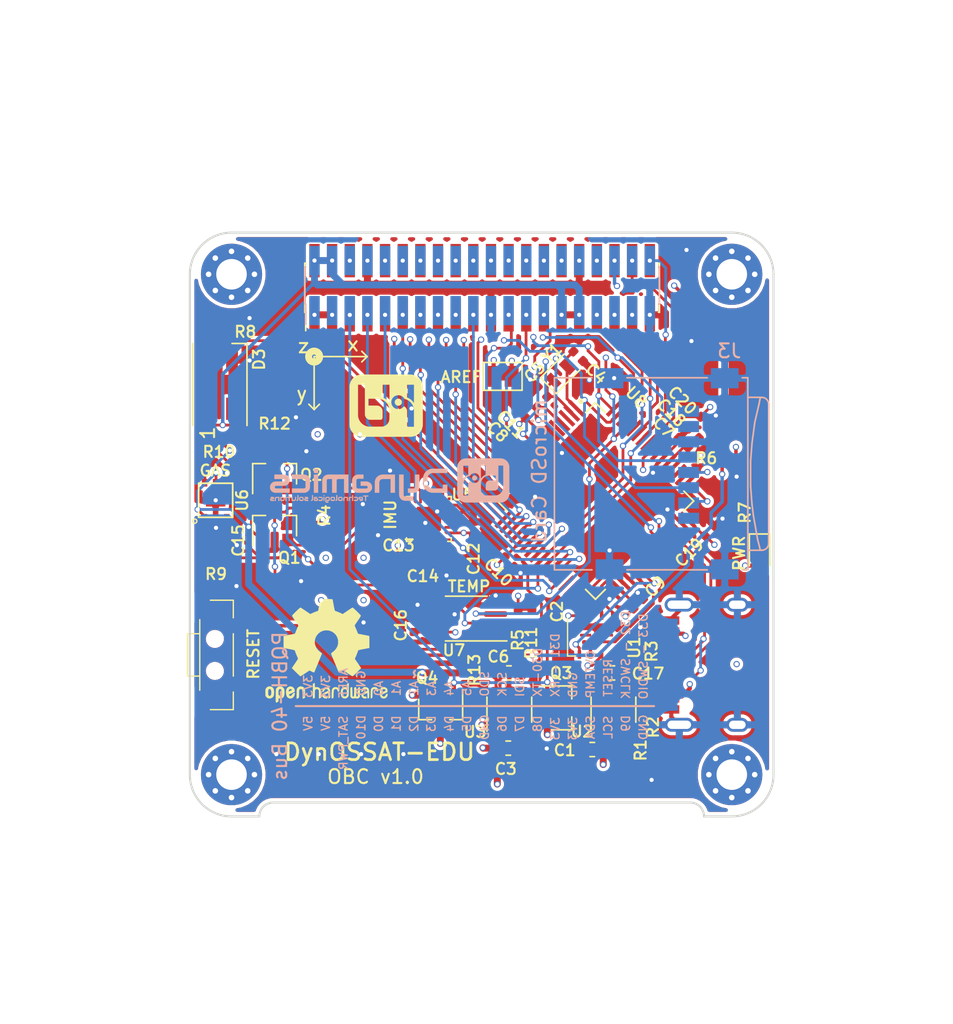
<source format=kicad_pcb>
(kicad_pcb (version 20171130) (host pcbnew "(5.1.6)-1")
  (layers (0 F.Cu signal) (1 In1.Cu signal) (2 In2.Cu signal) (31 B.Cu signal) (34 B.Paste user) (35 F.Paste user) (36 B.SilkS user) (37 F.SilkS user) (38 B.Mask user) (39 F.Mask user) (44 Edge.Cuts user))
  (net 0 "")
  (net 1 GND)
  (net 2 "Net-(C5-Pad1)")
  (net 3 /RST)
  (net 4 "Net-(D2-Pad1)")
  (net 5 /AREF)
  (net 6 /LED)
  (net 7 /A0)
  (net 8 /A1)
  (net 9 /A2)
  (net 10 /D9)
  (net 11 /A3)
  (net 12 /A4)
  (net 13 /D5)
  (net 14 /A5)
  (net 15 /D0)
  (net 16 /D1)
  (net 17 /D8)
  (net 18 /D7)
  (net 19 /SWCLK)
  (net 20 /SWDIO)
  (net 21 +1V8)
  (net 22 VBUS)
  (net 23 TEMP_ALERT)
  (net 24 MCU_SDA)
  (net 25 MCU_SCL)
  (net 26 /USB_D-)
  (net 27 /USB_D+)
  (net 28 /SPI_SCK)
  (net 29 /CS_FLASH)
  (net 30 /SCK_FLASH)
  (net 31 /D2)
  (net 32 /D3)
  (net 33 /D4)
  (net 34 "Net-(C14-Pad1)")
  (net 35 IMU_INT)
  (net 36 /Sensors/1V8_SDA)
  (net 37 /Sensors/1V8_SCL)
  (net 38 "Net-(C4-Pad1)")
  (net 39 "Net-(D3-Pad4)")
  (net 40 /SD_CS)
  (net 41 "Net-(J4-PadB5)")
  (net 42 "Net-(J4-PadA5)")
  (net 43 "Net-(H1-Pad1)")
  (net 44 "Net-(H2-Pad1)")
  (net 45 "Net-(H3-Pad1)")
  (net 46 "Net-(H4-Pad1)")
  (net 47 /D6)
  (net 48 "Net-(C17-Pad1)")
  (net 49 +5V_SAT)
  (net 50 +3V3_SAT)
  (net 51 "Net-(D3-Pad2)")
  (net 52 /SAT_POWER)
  (net 53 "Net-(J3-Pad1)")
  (net 54 "Net-(J3-Pad8)")
  (net 55 "Net-(J4-PadA8)")
  (net 56 "Net-(J4-PadB8)")
  (net 57 "Net-(U2-Pad4)")
  (net 58 "Net-(U3-Pad4)")
  (net 59 "Net-(U5-Pad1)")
  (net 60 "Net-(U5-Pad2)")
  (net 61 "Net-(U5-Pad3)")
  (net 62 "Net-(U5-Pad4)")
  (net 63 "Net-(U5-Pad5)")
  (net 64 "Net-(U5-Pad6)")
  (net 65 "Net-(U5-Pad7)")
  (net 66 "Net-(U5-Pad14)")
  (net 67 "Net-(U5-Pad15)")
  (net 68 "Net-(U5-Pad16)")
  (net 69 "Net-(U5-Pad17)")
  (net 70 "Net-(U5-Pad19)")
  (net 71 "Net-(U5-Pad21)")
  (net 72 "Net-(U8-Pad3)")
  (net 73 "Net-(U8-Pad5)")
  (net 74 "Net-(U8-Pad6)")
  (net 75 "Net-(U8-Pad30)")
  (net 76 "Net-(U8-Pad31)")
  (net 77 "Net-(U8-Pad39)")
  (net 78 "Net-(U8-Pad40)")
  (net 79 "Net-(U8-Pad41)")
  (net 80 "Net-(U8-Pad42)")
  (net 81 "Net-(U8-Pad50)")
  (net 82 "Net-(U8-Pad51)")
  (net 83 "Net-(U8-Pad60)")
  (net 84 "Net-(C18-Pad1)")
  (net 85 /TX)
  (net 86 /RX)
  (net 87 "Net-(U4-Pad24)")
  (net 88 "Net-(U8-Pad55)")
  (net 89 /SPI_SDI)
  (net 90 /SPI_SDO)
  (net 91 /SDI_FLASH)
  (net 92 /SDO_FLASH)
  (module DynOSSAT:1TS002G-1800-3500-CT (layer F.Cu) (at 109.3724 96.647 270)
    (fp_text reference SW1 hide)
    (fp_text value RESET hide)
    (pad "" np_thru_hole circle (at 1.15 1.2 270) (size 0.8 0.8) (drill 0.8) (layers *.Cu *.Mask))
    (pad "" np_thru_hole circle (at -1.15 1.2 270) (size 0.8 0.8) (drill 0.8) (layers *.Cu *.Mask))
    (pad 3 smd rect (at -3.4 2.1 270) (size 1.45 1) (layers F.Cu F.Paste F.Mask))
    (pad 4 smd rect (at 3.4 2.1 270) (size 1.45 1) (layers F.Cu F.Paste F.Mask))
    (pad 2 smd rect (at 2.1 0 270) (size 0.9 1) (layers F.Cu F.Paste F.Mask) (net 1 GND))
    (pad 1 smd rect (at -2.1 0 270) (size 0.9 1) (layers F.Cu F.Paste F.Mask) (net 3 /RST))
  )
  (module DynOSSAT:QFP50P1200X1200X120-64N (layer F.Cu) (at 135.5598 85.5726 315)
    (fp_text reference U8 (at -3.196971 -7.36381 135) (layer F.SilkS) (effects (font (size 0.8 0.8))))
    (fp_text value ATSAMD51J20A-AU hide)
    (pad 64 smd rect (at -3.75 -5.67 315) (size 0.28 1.47) (layers F.Cu F.Paste F.Mask) (net 28 /SPI_SCK))
    (pad 63 smd rect (at -3.25 -5.67 315) (size 0.28 1.47) (layers F.Cu F.Paste F.Mask) (net 90 /SPI_SDO))
    (pad 62 smd rect (at -2.75 -5.67 315) (size 0.28 1.47) (layers F.Cu F.Paste F.Mask) (net 89 /SPI_SDI))
    (pad 61 smd rect (at -2.25 -5.67 315) (size 0.28 1.47) (layers F.Cu F.Paste F.Mask) (net 23 TEMP_ALERT))
    (pad 60 smd rect (at -1.75 -5.67 315) (size 0.28 1.47) (layers F.Cu F.Paste F.Mask) (net 83 "Net-(U8-Pad60)"))
    (pad 59 smd rect (at -1.25 -5.67 315) (size 0.28 1.47) (layers F.Cu F.Paste F.Mask) (net 10 /D9))
    (pad 58 smd rect (at -0.75 -5.67 315) (size 0.28 1.47) (layers F.Cu F.Paste F.Mask) (net 20 /SWDIO))
    (pad 57 smd rect (at -0.25 -5.67 315) (size 0.28 1.47) (layers F.Cu F.Paste F.Mask) (net 19 /SWCLK))
    (pad 56 smd rect (at 0.25 -5.67 315) (size 0.28 1.47) (layers F.Cu F.Paste F.Mask) (net 50 +3V3_SAT))
    (pad 55 smd rect (at 0.75 -5.67 315) (size 0.28 1.47) (layers F.Cu F.Paste F.Mask) (net 88 "Net-(U8-Pad55)"))
    (pad 54 smd rect (at 1.25 -5.67 315) (size 0.28 1.47) (layers F.Cu F.Paste F.Mask) (net 1 GND))
    (pad 53 smd rect (at 1.75 -5.67 315) (size 0.28 1.47) (layers F.Cu F.Paste F.Mask) (net 84 "Net-(C18-Pad1)"))
    (pad 52 smd rect (at 2.25 -5.67 315) (size 0.28 1.47) (layers F.Cu F.Paste F.Mask) (net 3 /RST))
    (pad 51 smd rect (at 2.75 -5.67 315) (size 0.28 1.47) (layers F.Cu F.Paste F.Mask) (net 82 "Net-(U8-Pad51)"))
    (pad 50 smd rect (at 3.25 -5.67 315) (size 0.28 1.47) (layers F.Cu F.Paste F.Mask) (net 81 "Net-(U8-Pad50)"))
    (pad 49 smd rect (at 3.75 -5.67 315) (size 0.28 1.47) (layers F.Cu F.Paste F.Mask) (net 40 /SD_CS))
    (pad 48 smd rect (at 5.67 -3.75 315) (size 1.47 0.28) (layers F.Cu F.Paste F.Mask) (net 50 +3V3_SAT))
    (pad 47 smd rect (at 5.67 -3.25 315) (size 1.47 0.28) (layers F.Cu F.Paste F.Mask) (net 1 GND))
    (pad 46 smd rect (at 5.67 -2.75 315) (size 1.47 0.28) (layers F.Cu F.Paste F.Mask) (net 27 /USB_D+))
    (pad 45 smd rect (at 5.67 -2.25 315) (size 1.47 0.28) (layers F.Cu F.Paste F.Mask) (net 26 /USB_D-))
    (pad 44 smd rect (at 5.67 -1.75 315) (size 1.47 0.28) (layers F.Cu F.Paste F.Mask) (net 86 /RX))
    (pad 43 smd rect (at 5.67 -1.25 315) (size 1.47 0.28) (layers F.Cu F.Paste F.Mask) (net 85 /TX))
    (pad 42 smd rect (at 5.67 -0.75 315) (size 1.47 0.28) (layers F.Cu F.Paste F.Mask) (net 80 "Net-(U8-Pad42)"))
    (pad 41 smd rect (at 5.67 -0.25 315) (size 1.47 0.28) (layers F.Cu F.Paste F.Mask) (net 79 "Net-(U8-Pad41)"))
    (pad 40 smd rect (at 5.67 0.25 315) (size 1.47 0.28) (layers F.Cu F.Paste F.Mask) (net 78 "Net-(U8-Pad40)"))
    (pad 39 smd rect (at 5.67 0.75 315) (size 1.47 0.28) (layers F.Cu F.Paste F.Mask) (net 77 "Net-(U8-Pad39)"))
    (pad 38 smd rect (at 5.67 1.25 315) (size 1.47 0.28) (layers F.Cu F.Paste F.Mask) (net 29 /CS_FLASH))
    (pad 37 smd rect (at 5.67 1.75 315) (size 1.47 0.28) (layers F.Cu F.Paste F.Mask) (net 91 /SDI_FLASH))
    (pad 36 smd rect (at 5.67 2.25 315) (size 1.47 0.28) (layers F.Cu F.Paste F.Mask) (net 30 /SCK_FLASH))
    (pad 35 smd rect (at 5.67 2.75 315) (size 1.47 0.28) (layers F.Cu F.Paste F.Mask) (net 92 /SDO_FLASH))
    (pad 34 smd rect (at 5.67 3.25 315) (size 1.47 0.28) (layers F.Cu F.Paste F.Mask) (net 50 +3V3_SAT))
    (pad 33 smd rect (at 5.67 3.75 315) (size 1.47 0.28) (layers F.Cu F.Paste F.Mask) (net 1 GND))
    (pad 32 smd rect (at 3.75 5.67 315) (size 0.28 1.47) (layers F.Cu F.Paste F.Mask) (net 52 /SAT_POWER))
    (pad 31 smd rect (at 3.25 5.67 315) (size 0.28 1.47) (layers F.Cu F.Paste F.Mask) (net 76 "Net-(U8-Pad31)"))
    (pad 30 smd rect (at 2.75 5.67 315) (size 0.28 1.47) (layers F.Cu F.Paste F.Mask) (net 75 "Net-(U8-Pad30)"))
    (pad 29 smd rect (at 2.25 5.67 315) (size 0.28 1.47) (layers F.Cu F.Paste F.Mask) (net 35 IMU_INT))
    (pad 28 smd rect (at 1.75 5.67 315) (size 0.28 1.47) (layers F.Cu F.Paste F.Mask) (net 15 /D0))
    (pad 27 smd rect (at 1.25 5.67 315) (size 0.28 1.47) (layers F.Cu F.Paste F.Mask) (net 16 /D1))
    (pad 26 smd rect (at 0.75 5.67 315) (size 0.28 1.47) (layers F.Cu F.Paste F.Mask) (net 25 MCU_SCL))
    (pad 25 smd rect (at 0.25 5.67 315) (size 0.28 1.47) (layers F.Cu F.Paste F.Mask) (net 24 MCU_SDA))
    (pad 24 smd rect (at -0.25 5.67 315) (size 0.28 1.47) (layers F.Cu F.Paste F.Mask) (net 31 /D2))
    (pad 23 smd rect (at -0.75 5.67 315) (size 0.28 1.47) (layers F.Cu F.Paste F.Mask) (net 32 /D3))
    (pad 22 smd rect (at -1.25 5.67 315) (size 0.28 1.47) (layers F.Cu F.Paste F.Mask) (net 1 GND))
    (pad 21 smd rect (at -1.75 5.67 315) (size 0.28 1.47) (layers F.Cu F.Paste F.Mask) (net 50 +3V3_SAT))
    (pad 20 smd rect (at -2.25 5.67 315) (size 0.28 1.47) (layers F.Cu F.Paste F.Mask) (net 33 /D4))
    (pad 19 smd rect (at -2.75 5.67 315) (size 0.28 1.47) (layers F.Cu F.Paste F.Mask) (net 13 /D5))
    (pad 18 smd rect (at -3.25 5.67 315) (size 0.28 1.47) (layers F.Cu F.Paste F.Mask) (net 47 /D6))
    (pad 17 smd rect (at -3.75 5.67 315) (size 0.28 1.47) (layers F.Cu F.Paste F.Mask) (net 6 /LED))
    (pad 16 smd rect (at -5.67 3.75 315) (size 1.47 0.28) (layers F.Cu F.Paste F.Mask) (net 7 /A0))
    (pad 15 smd rect (at -5.67 3.25 315) (size 1.47 0.28) (layers F.Cu F.Paste F.Mask) (net 8 /A1))
    (pad 14 smd rect (at -5.67 2.75 315) (size 1.47 0.28) (layers F.Cu F.Paste F.Mask) (net 9 /A2))
    (pad 13 smd rect (at -5.67 2.25 315) (size 1.47 0.28) (layers F.Cu F.Paste F.Mask) (net 11 /A3))
    (pad 12 smd rect (at -5.67 1.75 315) (size 1.47 0.28) (layers F.Cu F.Paste F.Mask) (net 12 /A4))
    (pad 11 smd rect (at -5.67 1.25 315) (size 1.47 0.28) (layers F.Cu F.Paste F.Mask) (net 14 /A5))
    (pad 10 smd rect (at -5.67 0.75 315) (size 1.47 0.28) (layers F.Cu F.Paste F.Mask) (net 18 /D7))
    (pad 9 smd rect (at -5.67 0.25 315) (size 1.47 0.28) (layers F.Cu F.Paste F.Mask) (net 17 /D8))
    (pad 8 smd rect (at -5.67 -0.25 315) (size 1.47 0.28) (layers F.Cu F.Paste F.Mask) (net 50 +3V3_SAT))
    (pad 7 smd rect (at -5.67 -0.75 315) (size 1.47 0.28) (layers F.Cu F.Paste F.Mask) (net 1 GND))
    (pad 6 smd rect (at -5.67 -1.25 315) (size 1.47 0.28) (layers F.Cu F.Paste F.Mask) (net 74 "Net-(U8-Pad6)"))
    (pad 5 smd rect (at -5.67 -1.75 315) (size 1.47 0.28) (layers F.Cu F.Paste F.Mask) (net 73 "Net-(U8-Pad5)"))
    (pad 4 smd rect (at -5.67 -2.25 315) (size 1.47 0.28) (layers F.Cu F.Paste F.Mask) (net 5 /AREF))
    (pad 3 smd rect (at -5.67 -2.75 315) (size 1.47 0.28) (layers F.Cu F.Paste F.Mask) (net 72 "Net-(U8-Pad3)"))
    (pad 2 smd rect (at -5.67 -3.25 315) (size 1.47 0.28) (layers F.Cu F.Paste F.Mask) (net 2 "Net-(C5-Pad1)"))
    (pad 1 smd rect (at -5.67 -3.75 315) (size 1.47 0.28) (layers F.Cu F.Paste F.Mask) (net 38 "Net-(C4-Pad1)"))
  )
  (module DynOSSAT:Logo_BHDyn (layer B.Cu) (at 120.7516 84.0994 180)
    (fp_text reference G*** hide)
    (fp_text value LOGO hide)
  )
  (module Symbol:OSHW-Logo2_9.8x8mm_SilkScreen (layer F.Cu) (at 116.205 96.3422)
    (fp_text reference REF** hide)
    (fp_text value OSHW-Logo2_9.8x8mm_SilkScreen hide)
  )
  (module Package_TO_SOT_SMD:SOT-23 (layer F.Cu) (at 124.4219 100.5459 270)
    (fp_text reference Q4 (at -2.2479 0.9779 180) (layer F.SilkS) (effects (font (size 0.8 0.8))))
    (fp_text value DMG2305L hide)
    (pad 3 smd rect (at 1 0 270) (size 0.9 0.8) (layers F.Cu F.Paste F.Mask) (net 22 VBUS))
    (pad 2 smd rect (at -1 0.95 270) (size 0.9 0.8) (layers F.Cu F.Paste F.Mask) (net 49 +5V_SAT))
    (pad 1 smd rect (at -1 -0.95 270) (size 0.9 0.8) (layers F.Cu F.Paste F.Mask) (net 52 /SAT_POWER))
  )
  (module Resistor_SMD:R_0402_1005Metric (layer F.Cu) (at 126.7968 99.9617 90)
    (fp_text reference R13 (at 2.2225 0.0508 270) (layer F.SilkS) (effects (font (size 0.8 0.8))))
    (fp_text value 100k hide)
    (pad 2 smd roundrect (at 0.485 0 90) (size 0.59 0.64) (layers F.Cu F.Paste F.Mask) (net 52 /SAT_POWER))
    (pad 1 smd roundrect (at -0.485 0 90) (size 0.59 0.64) (layers F.Cu F.Paste F.Mask) (net 1 GND))
  )
  (module Connector_PinHeader_1.27mm:PinHeader_2x20_P1.27mm_Vertical_SMD (layer F.Cu) (at 127.4064 70.231 90)
    (fp_text reference J1 hide)
    (fp_text value "Main Bus" hide)
    (pad 40 smd rect (at 1.95 12.065 90) (size 2.4 0.74) (layers F.Cu F.Paste F.Mask) (net 20 /SWDIO))
    (pad 39 smd rect (at -1.95 12.065 90) (size 2.4 0.74) (layers F.Cu F.Paste F.Mask) (net 1 GND))
    (pad 38 smd rect (at 1.95 10.795 90) (size 2.4 0.74) (layers F.Cu F.Paste F.Mask) (net 19 /SWCLK))
    (pad 37 smd rect (at -1.95 10.795 90) (size 2.4 0.74) (layers F.Cu F.Paste F.Mask) (net 10 /D9))
    (pad 36 smd rect (at 1.95 9.525 90) (size 2.4 0.74) (layers F.Cu F.Paste F.Mask) (net 3 /RST))
    (pad 35 smd rect (at -1.95 9.525 90) (size 2.4 0.74) (layers F.Cu F.Paste F.Mask) (net 25 MCU_SCL))
    (pad 34 smd rect (at 1.95 8.255 90) (size 2.4 0.74) (layers F.Cu F.Paste F.Mask) (net 23 TEMP_ALERT))
    (pad 33 smd rect (at -1.95 8.255 90) (size 2.4 0.74) (layers F.Cu F.Paste F.Mask) (net 24 MCU_SDA))
    (pad 32 smd rect (at 1.95 6.985 90) (size 2.4 0.74) (layers F.Cu F.Paste F.Mask) (net 1 GND))
    (pad 31 smd rect (at -1.95 6.985 90) (size 2.4 0.74) (layers F.Cu F.Paste F.Mask) (net 50 +3V3_SAT))
    (pad 30 smd rect (at 1.95 5.715 90) (size 2.4 0.74) (layers F.Cu F.Paste F.Mask) (net 86 /RX))
    (pad 29 smd rect (at -1.95 5.715 90) (size 2.4 0.74) (layers F.Cu F.Paste F.Mask) (net 50 +3V3_SAT))
    (pad 28 smd rect (at 1.95 4.445 90) (size 2.4 0.74) (layers F.Cu F.Paste F.Mask) (net 85 /TX))
    (pad 27 smd rect (at -1.95 4.445 90) (size 2.4 0.74) (layers F.Cu F.Paste F.Mask) (net 17 /D8))
    (pad 26 smd rect (at 1.95 3.175 90) (size 2.4 0.74) (layers F.Cu F.Paste F.Mask) (net 89 /SPI_SDI))
    (pad 25 smd rect (at -1.95 3.175 90) (size 2.4 0.74) (layers F.Cu F.Paste F.Mask) (net 18 /D7))
    (pad 24 smd rect (at 1.95 1.905 90) (size 2.4 0.74) (layers F.Cu F.Paste F.Mask) (net 28 /SPI_SCK))
    (pad 23 smd rect (at -1.95 1.905 90) (size 2.4 0.74) (layers F.Cu F.Paste F.Mask) (net 47 /D6))
    (pad 22 smd rect (at 1.95 0.635 90) (size 2.4 0.74) (layers F.Cu F.Paste F.Mask) (net 90 /SPI_SDO))
    (pad 21 smd rect (at -1.95 0.635 90) (size 2.4 0.74) (layers F.Cu F.Paste F.Mask) (net 1 GND))
    (pad 20 smd rect (at 1.95 -0.635 90) (size 2.4 0.74) (layers F.Cu F.Paste F.Mask) (net 14 /A5))
    (pad 19 smd rect (at -1.95 -0.635 90) (size 2.4 0.74) (layers F.Cu F.Paste F.Mask) (net 13 /D5))
    (pad 18 smd rect (at 1.95 -1.905 90) (size 2.4 0.74) (layers F.Cu F.Paste F.Mask) (net 12 /A4))
    (pad 17 smd rect (at -1.95 -1.905 90) (size 2.4 0.74) (layers F.Cu F.Paste F.Mask) (net 33 /D4))
    (pad 16 smd rect (at 1.95 -3.175 90) (size 2.4 0.74) (layers F.Cu F.Paste F.Mask) (net 11 /A3))
    (pad 15 smd rect (at -1.95 -3.175 90) (size 2.4 0.74) (layers F.Cu F.Paste F.Mask) (net 32 /D3))
    (pad 14 smd rect (at 1.95 -4.445 90) (size 2.4 0.74) (layers F.Cu F.Paste F.Mask) (net 9 /A2))
    (pad 13 smd rect (at -1.95 -4.445 90) (size 2.4 0.74) (layers F.Cu F.Paste F.Mask) (net 31 /D2))
    (pad 12 smd rect (at 1.95 -5.715 90) (size 2.4 0.74) (layers F.Cu F.Paste F.Mask) (net 8 /A1))
    (pad 11 smd rect (at -1.95 -5.715 90) (size 2.4 0.74) (layers F.Cu F.Paste F.Mask) (net 16 /D1))
    (pad 10 smd rect (at 1.95 -6.985 90) (size 2.4 0.74) (layers F.Cu F.Paste F.Mask) (net 7 /A0))
    (pad 9 smd rect (at -1.95 -6.985 90) (size 2.4 0.74) (layers F.Cu F.Paste F.Mask) (net 15 /D0))
    (pad 8 smd rect (at 1.95 -8.255 90) (size 2.4 0.74) (layers F.Cu F.Paste F.Mask) (net 1 GND))
    (pad 7 smd rect (at -1.95 -8.255 90) (size 2.4 0.74) (layers F.Cu F.Paste F.Mask) (net 35 IMU_INT))
    (pad 6 smd rect (at 1.95 -9.525 90) (size 2.4 0.74) (layers F.Cu F.Paste F.Mask) (net 5 /AREF))
    (pad 5 smd rect (at -1.95 -9.525 90) (size 2.4 0.74) (layers F.Cu F.Paste F.Mask) (net 52 /SAT_POWER))
    (pad 4 smd rect (at 1.95 -10.795 90) (size 2.4 0.74) (layers F.Cu F.Paste F.Mask) (net 50 +3V3_SAT))
    (pad 3 smd rect (at -1.95 -10.795 90) (size 2.4 0.74) (layers F.Cu F.Paste F.Mask) (net 49 +5V_SAT))
    (pad 2 smd rect (at 1.95 -12.065 90) (size 2.4 0.74) (layers F.Cu F.Paste F.Mask) (net 50 +3V3_SAT))
    (pad 1 smd rect (at -1.95 -12.065 90) (size 2.4 0.74) (layers F.Cu F.Paste F.Mask) (net 49 +5V_SAT))
  )
  (module Capacitor_SMD:C_0603_1608Metric (layer F.Cu) (at 135.3312 103.4542 180)
    (fp_text reference C1 (at 1.9812 -0.0508) (layer F.SilkS) (effects (font (size 0.8 0.8))))
    (fp_text value 10uF hide)
    (pad 2 smd roundrect (at 0.7875 0 180) (size 0.875 0.95) (layers F.Cu F.Paste F.Mask) (net 1 GND))
    (pad 1 smd roundrect (at -0.7875 0 180) (size 0.875 0.95) (layers F.Cu F.Paste F.Mask) (net 49 +5V_SAT))
  )
  (module Capacitor_SMD:C_0603_1608Metric (layer F.Cu) (at 129.286 103.3526)
    (fp_text reference C3 (at -0.1778 1.4986) (layer F.SilkS) (effects (font (size 0.8 0.8))))
    (fp_text value 10uF hide)
    (pad 2 smd roundrect (at 0.7875 0) (size 0.875 0.95) (layers F.Cu F.Paste F.Mask) (net 1 GND))
    (pad 1 smd roundrect (at -0.7875 0) (size 0.875 0.95) (layers F.Cu F.Paste F.Mask) (net 50 +3V3_SAT))
  )
  (module LED_SMD:LED_0603_1608Metric (layer F.Cu) (at 147.3708 89.4334 270)
    (fp_text reference D2 hide)
    (fp_text value Red hide)
    (pad 2 smd roundrect (at 0.7875 0 270) (size 0.875 0.95) (layers F.Cu F.Paste F.Mask) (net 50 +3V3_SAT))
    (pad 1 smd roundrect (at -0.7875 0 270) (size 0.875 0.95) (layers F.Cu F.Paste F.Mask) (net 4 "Net-(D2-Pad1)"))
  )
  (module Capacitor_SMD:C_0603_1608Metric (layer F.Cu) (at 129.3368 97.9424)
    (fp_text reference C6 (at -0.762 -1.1684) (layer F.SilkS) (effects (font (size 0.8 0.8))))
    (fp_text value 10uF hide)
    (pad 2 smd roundrect (at 0.7875 0) (size 0.875 0.95) (layers F.Cu F.Paste F.Mask) (net 1 GND))
    (pad 1 smd roundrect (at -0.7875 0) (size 0.875 0.95) (layers F.Cu F.Paste F.Mask) (net 21 +1V8))
  )
  (module Package_TO_SOT_SMD:SOT-23 (layer F.Cu) (at 112.4712 87.376 90)
    (fp_text reference Q1 (at -2.286 1.0668 180) (layer F.SilkS) (effects (font (size 0.8 0.8))))
    (fp_text value BSS138 hide)
    (pad 3 smd rect (at 1 0 90) (size 0.9 0.8) (layers F.Cu F.Paste F.Mask) (net 24 MCU_SDA))
    (pad 2 smd rect (at -1 0.95 90) (size 0.9 0.8) (layers F.Cu F.Paste F.Mask) (net 36 /Sensors/1V8_SDA))
    (pad 1 smd rect (at -1 -0.95 90) (size 0.9 0.8) (layers F.Cu F.Paste F.Mask) (net 21 +1V8))
  )
  (module Package_TO_SOT_SMD:SOT-23 (layer F.Cu) (at 112.4712 83.6422 90)
    (fp_text reference Q2 (at -0.0508 2.6416 180) (layer F.SilkS) (effects (font (size 0.8 0.8))))
    (fp_text value BSS138 hide)
    (pad 3 smd rect (at 1 0 90) (size 0.9 0.8) (layers F.Cu F.Paste F.Mask) (net 25 MCU_SCL))
    (pad 2 smd rect (at -1 0.95 90) (size 0.9 0.8) (layers F.Cu F.Paste F.Mask) (net 37 /Sensors/1V8_SCL))
    (pad 1 smd rect (at -1 -0.95 90) (size 0.9 0.8) (layers F.Cu F.Paste F.Mask) (net 21 +1V8))
  )
  (module Connector_PinSocket_1.27mm:PinSocket_2x20_P1.27mm_Vertical_SMD (layer B.Cu) (at 127.4064 70.0752 270)
    (fp_text reference J2 hide)
    (fp_text value "Main Bus")
    (pad 40 smd rect (at -1.8 -12.065 270) (size 2.1 0.75) (layers B.Cu B.Paste B.Mask) (net 20 /SWDIO))
    (pad 39 smd rect (at 1.8 -12.065 270) (size 2.1 0.75) (layers B.Cu B.Paste B.Mask) (net 1 GND))
    (pad 38 smd rect (at -1.8 -10.795 270) (size 2.1 0.75) (layers B.Cu B.Paste B.Mask) (net 19 /SWCLK))
    (pad 37 smd rect (at 1.8 -10.795 270) (size 2.1 0.75) (layers B.Cu B.Paste B.Mask) (net 10 /D9))
    (pad 36 smd rect (at -1.8 -9.525 270) (size 2.1 0.75) (layers B.Cu B.Paste B.Mask) (net 3 /RST))
    (pad 35 smd rect (at 1.8 -9.525 270) (size 2.1 0.75) (layers B.Cu B.Paste B.Mask) (net 25 MCU_SCL))
    (pad 34 smd rect (at -1.8 -8.255 270) (size 2.1 0.75) (layers B.Cu B.Paste B.Mask) (net 23 TEMP_ALERT))
    (pad 33 smd rect (at 1.8 -8.255 270) (size 2.1 0.75) (layers B.Cu B.Paste B.Mask) (net 24 MCU_SDA))
    (pad 32 smd rect (at -1.8 -6.985 270) (size 2.1 0.75) (layers B.Cu B.Paste B.Mask) (net 1 GND))
    (pad 31 smd rect (at 1.8 -6.985 270) (size 2.1 0.75) (layers B.Cu B.Paste B.Mask) (net 50 +3V3_SAT))
    (pad 30 smd rect (at -1.8 -5.715 270) (size 2.1 0.75) (layers B.Cu B.Paste B.Mask) (net 86 /RX))
    (pad 29 smd rect (at 1.8 -5.715 270) (size 2.1 0.75) (layers B.Cu B.Paste B.Mask) (net 50 +3V3_SAT))
    (pad 28 smd rect (at -1.8 -4.445 270) (size 2.1 0.75) (layers B.Cu B.Paste B.Mask) (net 85 /TX))
    (pad 27 smd rect (at 1.8 -4.445 270) (size 2.1 0.75) (layers B.Cu B.Paste B.Mask) (net 17 /D8))
    (pad 26 smd rect (at -1.8 -3.175 270) (size 2.1 0.75) (layers B.Cu B.Paste B.Mask) (net 89 /SPI_SDI))
    (pad 25 smd rect (at 1.8 -3.175 270) (size 2.1 0.75) (layers B.Cu B.Paste B.Mask) (net 18 /D7))
    (pad 24 smd rect (at -1.8 -1.905 270) (size 2.1 0.75) (layers B.Cu B.Paste B.Mask) (net 28 /SPI_SCK))
    (pad 23 smd rect (at 1.8 -1.905 270) (size 2.1 0.75) (layers B.Cu B.Paste B.Mask) (net 47 /D6))
    (pad 22 smd rect (at -1.8 -0.635 270) (size 2.1 0.75) (layers B.Cu B.Paste B.Mask) (net 90 /SPI_SDO))
    (pad 21 smd rect (at 1.8 -0.635 270) (size 2.1 0.75) (layers B.Cu B.Paste B.Mask) (net 1 GND))
    (pad 20 smd rect (at -1.8 0.635 270) (size 2.1 0.75) (layers B.Cu B.Paste B.Mask) (net 14 /A5))
    (pad 19 smd rect (at 1.8 0.635 270) (size 2.1 0.75) (layers B.Cu B.Paste B.Mask) (net 13 /D5))
    (pad 18 smd rect (at -1.8 1.905 270) (size 2.1 0.75) (layers B.Cu B.Paste B.Mask) (net 12 /A4))
    (pad 17 smd rect (at 1.8 1.905 270) (size 2.1 0.75) (layers B.Cu B.Paste B.Mask) (net 33 /D4))
    (pad 16 smd rect (at -1.8 3.175 270) (size 2.1 0.75) (layers B.Cu B.Paste B.Mask) (net 11 /A3))
    (pad 15 smd rect (at 1.8 3.175 270) (size 2.1 0.75) (layers B.Cu B.Paste B.Mask) (net 32 /D3))
    (pad 14 smd rect (at -1.8 4.445 270) (size 2.1 0.75) (layers B.Cu B.Paste B.Mask) (net 9 /A2))
    (pad 13 smd rect (at 1.8 4.445 270) (size 2.1 0.75) (layers B.Cu B.Paste B.Mask) (net 31 /D2))
    (pad 12 smd rect (at -1.8 5.715 270) (size 2.1 0.75) (layers B.Cu B.Paste B.Mask) (net 8 /A1))
    (pad 11 smd rect (at 1.8 5.715 270) (size 2.1 0.75) (layers B.Cu B.Paste B.Mask) (net 16 /D1))
    (pad 10 smd rect (at -1.8 6.985 270) (size 2.1 0.75) (layers B.Cu B.Paste B.Mask) (net 7 /A0))
    (pad 9 smd rect (at 1.8 6.985 270) (size 2.1 0.75) (layers B.Cu B.Paste B.Mask) (net 15 /D0))
    (pad 8 smd rect (at -1.8 8.255 270) (size 2.1 0.75) (layers B.Cu B.Paste B.Mask) (net 1 GND))
    (pad 7 smd rect (at 1.8 8.255 270) (size 2.1 0.75) (layers B.Cu B.Paste B.Mask) (net 35 IMU_INT))
    (pad 6 smd rect (at -1.8 9.525 270) (size 2.1 0.75) (layers B.Cu B.Paste B.Mask) (net 5 /AREF))
    (pad 5 smd rect (at 1.8 9.525 270) (size 2.1 0.75) (layers B.Cu B.Paste B.Mask) (net 52 /SAT_POWER))
    (pad 4 smd rect (at -1.8 10.795 270) (size 2.1 0.75) (layers B.Cu B.Paste B.Mask) (net 50 +3V3_SAT))
    (pad 3 smd rect (at 1.8 10.795 270) (size 2.1 0.75) (layers B.Cu B.Paste B.Mask) (net 49 +5V_SAT))
    (pad 2 smd rect (at -1.8 12.065 270) (size 2.1 0.75) (layers B.Cu B.Paste B.Mask) (net 50 +3V3_SAT))
    (pad 1 smd rect (at 1.8 12.065 270) (size 2.1 0.75) (layers B.Cu B.Paste B.Mask) (net 49 +5V_SAT))
  )
  (module Resistor_SMD:R_0402_1005Metric (layer F.Cu) (at 139.6238 100.076 90)
    (fp_text reference R2 (at -1.778 0.0762 90) (layer F.SilkS) (effects (font (size 0.8 0.8))))
    (fp_text value 5.1k hide)
    (pad 2 smd roundrect (at 0.485 0 90) (size 0.59 0.64) (layers F.Cu F.Paste F.Mask) (net 42 "Net-(J4-PadA5)"))
    (pad 1 smd roundrect (at -0.485 0 90) (size 0.59 0.64) (layers F.Cu F.Paste F.Mask) (net 1 GND))
  )
  (module Resistor_SMD:R_0402_1005Metric (layer F.Cu) (at 139.6238 94.6404 270)
    (fp_text reference R3 (at 1.7526 0.0254 90) (layer F.SilkS) (effects (font (size 0.8 0.8))))
    (fp_text value 5.1k hide)
    (pad 2 smd roundrect (at 0.485 0 270) (size 0.59 0.64) (layers F.Cu F.Paste F.Mask) (net 41 "Net-(J4-PadB5)"))
    (pad 1 smd roundrect (at -0.485 0 270) (size 0.59 0.64) (layers F.Cu F.Paste F.Mask) (net 1 GND))
  )
  (module Jumper:SolderJumper-2_P1.3mm_Bridged_Pad1.0x1.5mm (layer F.Cu) (at 128.8796 76.6064 180)
    (fp_text reference JP2 hide)
    (fp_text value Jumper hide)
    (fp_poly (pts (xy -0.25 -0.3) (xy 0.25 -0.3) (xy 0.25 0.3) (xy -0.25 0.3)) (layer F.Cu) (width 0))
    (pad 2 smd rect (at 0.65 0 180) (size 1 1.5) (layers F.Cu F.Mask) (net 5 /AREF))
    (pad 1 smd rect (at -0.65 0 180) (size 1 1.5) (layers F.Cu F.Mask) (net 50 +3V3_SAT))
  )
  (module Capacitor_SMD:C_0603_1608Metric (layer F.Cu) (at 136.7791 97.9424)
    (fp_text reference C17 (at 2.5653 0.0508) (layer F.SilkS) (effects (font (size 0.8 0.8))))
    (fp_text value 10uF hide)
    (pad 2 smd roundrect (at 0.7875 0) (size 0.875 0.95) (layers F.Cu F.Paste F.Mask) (net 1 GND))
    (pad 1 smd roundrect (at -0.7875 0) (size 0.875 0.95) (layers F.Cu F.Paste F.Mask) (net 48 "Net-(C17-Pad1)"))
  )
  (module Package_TO_SOT_SMD:SOT-23 (layer F.Cu) (at 133.096 100.457)
    (fp_text reference Q3 (at 0 -2.5) (layer F.SilkS) (effects (font (size 0.8 0.8))))
    (fp_text value DMG2305L hide)
    (pad 3 smd rect (at 1 0) (size 0.9 0.8) (layers F.Cu F.Paste F.Mask) (net 48 "Net-(C17-Pad1)"))
    (pad 2 smd rect (at -1 0.95) (size 0.9 0.8) (layers F.Cu F.Paste F.Mask) (net 50 +3V3_SAT))
    (pad 1 smd rect (at -1 -0.95) (size 0.9 0.8) (layers F.Cu F.Paste F.Mask) (net 52 /SAT_POWER))
  )
  (module Capacitor_SMD:C_0402_1005Metric (layer F.Cu) (at 134.3152 75.1586 315)
    (fp_text reference C4 (at 1.796051 -0.035921 135) (layer F.SilkS) (effects (font (size 0.8 0.8))))
    (fp_text value 22pF hide)
    (pad 2 smd roundrect (at 0.485 0 315) (size 0.59 0.64) (layers F.Cu F.Paste F.Mask) (net 1 GND))
    (pad 1 smd roundrect (at -0.485 0 315) (size 0.59 0.64) (layers F.Cu F.Paste F.Mask) (net 38 "Net-(C4-Pad1)"))
  )
  (module Capacitor_SMD:C_0402_1005Metric (layer F.Cu) (at 131.7498 77.724 135)
    (fp_text reference C5 (at 1.40092 0.610657 225) (layer F.SilkS) (effects (font (size 0.8 0.8))))
    (fp_text value 22pF hide)
    (pad 2 smd roundrect (at 0.485 0 135) (size 0.59 0.64) (layers F.Cu F.Paste F.Mask) (net 1 GND))
    (pad 1 smd roundrect (at -0.485 0 135) (size 0.59 0.64) (layers F.Cu F.Paste F.Mask) (net 2 "Net-(C5-Pad1)"))
  )
  (module Capacitor_SMD:C_0402_1005Metric (layer F.Cu) (at 130.2004 79.248 135)
    (fp_text reference C8 (at 0.233487 -2.137301 315) (layer F.SilkS) (effects (font (size 0.8 0.8))))
    (fp_text value 100nF hide)
    (pad 2 smd roundrect (at 0.485 0 135) (size 0.59 0.64) (layers F.Cu F.Paste F.Mask) (net 1 GND))
    (pad 1 smd roundrect (at -0.485 0 135) (size 0.59 0.64) (layers F.Cu F.Paste F.Mask) (net 50 +3V3_SAT))
  )
  (module Capacitor_SMD:C_0402_1005Metric (layer F.Cu) (at 138.6332 92.964 45)
    (fp_text reference C9 (at 1.74217 0.017961 45) (layer F.SilkS) (effects (font (size 0.8 0.8))))
    (fp_text value 4.7uF hide)
    (pad 2 smd roundrect (at 0.485 0 45) (size 0.59 0.64) (layers F.Cu F.Paste F.Mask) (net 1 GND))
    (pad 1 smd roundrect (at -0.485 0 45) (size 0.59 0.64) (layers F.Cu F.Paste F.Mask) (net 50 +3V3_SAT))
  )
  (module Capacitor_SMD:C_0402_1005Metric (layer F.Cu) (at 129.3622 89.9668 315)
    (fp_text reference C10 (at -0.035921 1.077631 135) (layer F.SilkS) (effects (font (size 0.8 0.8))))
    (fp_text value 1uF hide)
    (pad 2 smd roundrect (at 0.485 0 315) (size 0.59 0.64) (layers F.Cu F.Paste F.Mask) (net 1 GND))
    (pad 1 smd roundrect (at -0.485 0 315) (size 0.59 0.64) (layers F.Cu F.Paste F.Mask) (net 50 +3V3_SAT))
  )
  (module Capacitor_SMD:C_0402_1005Metric (layer F.Cu) (at 130.9878 78.486 135)
    (fp_text reference C11 (at -0.035921 -2.191182 135) (layer F.SilkS) (effects (font (size 0.8 0.8))))
    (fp_text value 100nF hide)
    (pad 2 smd roundrect (at 0.485 0 135) (size 0.59 0.64) (layers F.Cu F.Paste F.Mask) (net 1 GND))
    (pad 1 smd roundrect (at -0.485 0 135) (size 0.59 0.64) (layers F.Cu F.Paste F.Mask) (net 5 /AREF))
  )
  (module Capacitor_SMD:C_0402_1005Metric (layer F.Cu) (at 126.7714 87.5538 90)
    (fp_text reference C12 (at -2.1844 0.0254 90) (layer F.SilkS) (effects (font (size 0.8 0.8))))
    (fp_text value 100nF hide)
    (pad 2 smd roundrect (at 0.485 0 90) (size 0.59 0.64) (layers F.Cu F.Paste F.Mask) (net 1 GND))
    (pad 1 smd roundrect (at -0.485 0 90) (size 0.59 0.64) (layers F.Cu F.Paste F.Mask) (net 21 +1V8))
  )
  (module Capacitor_SMD:C_0402_1005Metric (layer F.Cu) (at 121.412 89.8398 180)
    (fp_text reference C13 (at 0.0254 1.0668) (layer F.SilkS) (effects (font (size 0.8 0.8))))
    (fp_text value 100nF hide)
    (pad 2 smd roundrect (at 0.485 0 180) (size 0.59 0.64) (layers F.Cu F.Paste F.Mask) (net 1 GND))
    (pad 1 smd roundrect (at -0.485 0 180) (size 0.59 0.64) (layers F.Cu F.Paste F.Mask) (net 21 +1V8))
  )
  (module Capacitor_SMD:C_0402_1005Metric (layer F.Cu) (at 124.5616 89.8398)
    (fp_text reference C14 (at -1.4224 1.143) (layer F.SilkS) (effects (font (size 0.8 0.8))))
    (fp_text value 100nF hide)
    (pad 2 smd roundrect (at 0.485 0) (size 0.59 0.64) (layers F.Cu F.Paste F.Mask) (net 1 GND))
    (pad 1 smd roundrect (at -0.485 0) (size 0.59 0.64) (layers F.Cu F.Paste F.Mask) (net 34 "Net-(C14-Pad1)"))
  )
  (module Capacitor_SMD:C_0402_1005Metric (layer F.Cu) (at 108.2548 88.4174)
    (fp_text reference C15 (at 1.6002 0 90) (layer F.SilkS) (effects (font (size 0.8 0.8))))
    (fp_text value 100nF hide)
    (pad 2 smd roundrect (at 0.485 0) (size 0.59 0.64) (layers F.Cu F.Paste F.Mask) (net 1 GND))
    (pad 1 smd roundrect (at -0.485 0) (size 0.59 0.64) (layers F.Cu F.Paste F.Mask) (net 21 +1V8))
  )
  (module Capacitor_SMD:C_0402_1005Metric (layer F.Cu) (at 122.5042 94.5134 90)
    (fp_text reference C16 (at 0 -0.9525 90) (layer F.SilkS) (effects (font (size 0.8 0.8))))
    (fp_text value 100nF hide)
    (pad 2 smd roundrect (at 0.485 0 90) (size 0.59 0.64) (layers F.Cu F.Paste F.Mask) (net 1 GND))
    (pad 1 smd roundrect (at -0.485 0 90) (size 0.59 0.64) (layers F.Cu F.Paste F.Mask) (net 50 +3V3_SAT))
  )
  (module Resistor_SMD:R_0402_1005Metric (layer F.Cu) (at 137.795 103.6193 90)
    (fp_text reference R1 (at 0.1143 1.016 270) (layer F.SilkS) (effects (font (size 0.8 0.8))))
    (fp_text value 100k hide)
    (pad 2 smd roundrect (at 0.485 0 90) (size 0.59 0.64) (layers F.Cu F.Paste F.Mask) (net 49 +5V_SAT))
    (pad 1 smd roundrect (at -0.485 0 90) (size 0.59 0.64) (layers F.Cu F.Paste F.Mask) (net 1 GND))
  )
  (module Resistor_SMD:R_0402_1005Metric (layer F.Cu) (at 114.8842 86.614 270)
    (fp_text reference R4 (at 0 -1.17 90) (layer F.SilkS) (effects (font (size 0.8 0.8))))
    (fp_text value 10k hide)
    (pad 2 smd roundrect (at 0.485 0 270) (size 0.59 0.64) (layers F.Cu F.Paste F.Mask) (net 50 +3V3_SAT))
    (pad 1 smd roundrect (at -0.485 0 270) (size 0.59 0.64) (layers F.Cu F.Paste F.Mask) (net 24 MCU_SDA))
  )
  (module Resistor_SMD:R_0402_1005Metric (layer F.Cu) (at 129.9972 93.853 90)
    (fp_text reference R5 (at -1.7272 -0.0254 270) (layer F.SilkS) (effects (font (size 0.8 0.8))))
    (fp_text value 10k hide)
    (pad 2 smd roundrect (at 0.485 0 90) (size 0.59 0.64) (layers F.Cu F.Paste F.Mask) (net 50 +3V3_SAT))
    (pad 1 smd roundrect (at -0.485 0 90) (size 0.59 0.64) (layers F.Cu F.Paste F.Mask) (net 25 MCU_SCL))
  )
  (module Resistor_SMD:R_0402_1005Metric (layer F.Cu) (at 145.1864 82.4992)
    (fp_text reference R6 (at -1.651 0) (layer F.SilkS) (effects (font (size 0.8 0.8))))
    (fp_text value 100k hide)
    (pad 2 smd roundrect (at 0.485 0) (size 0.59 0.64) (layers F.Cu F.Paste F.Mask) (net 50 +3V3_SAT))
    (pad 1 smd roundrect (at -0.485 0) (size 0.59 0.64) (layers F.Cu F.Paste F.Mask) (net 3 /RST))
  )
  (module Resistor_SMD:R_0402_1005Metric (layer F.Cu) (at 147.3708 86.4108 270)
    (fp_text reference R7 (at 0 1.0668 90) (layer F.SilkS) (effects (font (size 0.8 0.8))))
    (fp_text value 510 hide)
    (pad 2 smd roundrect (at 0.485 0 270) (size 0.59 0.64) (layers F.Cu F.Paste F.Mask) (net 4 "Net-(D2-Pad1)"))
    (pad 1 smd roundrect (at -0.485 0 270) (size 0.59 0.64) (layers F.Cu F.Paste F.Mask) (net 1 GND))
  )
  (module Resistor_SMD:R_0402_1005Metric (layer F.Cu) (at 108.458 73.4314 180)
    (fp_text reference R8 (at -1.905 0.0254) (layer F.SilkS) (effects (font (size 0.8 0.8))))
    (fp_text value 510R hide)
    (pad 2 smd roundrect (at 0.485 0 180) (size 0.59 0.64) (layers F.Cu F.Paste F.Mask) (net 39 "Net-(D3-Pad4)"))
    (pad 1 smd roundrect (at -0.485 0 180) (size 0.59 0.64) (layers F.Cu F.Paste F.Mask) (net 6 /LED))
  )
  (module Resistor_SMD:R_0402_1005Metric (layer F.Cu) (at 108.2548 89.662)
    (fp_text reference R9 (at 0 1.1684) (layer F.SilkS) (effects (font (size 0.8 0.8))))
    (fp_text value 10k hide)
    (pad 2 smd roundrect (at 0.485 0) (size 0.59 0.64) (layers F.Cu F.Paste F.Mask) (net 36 /Sensors/1V8_SDA))
    (pad 1 smd roundrect (at -0.485 0) (size 0.59 0.64) (layers F.Cu F.Paste F.Mask) (net 21 +1V8))
  )
  (module Resistor_SMD:R_0402_1005Metric (layer F.Cu) (at 108.458 81.0514 180)
    (fp_text reference R10 (at 0 -0.9906) (layer F.SilkS) (effects (font (size 0.8 0.8))))
    (fp_text value 10k hide)
    (pad 2 smd roundrect (at 0.485 0 180) (size 0.59 0.64) (layers F.Cu F.Paste F.Mask) (net 37 /Sensors/1V8_SCL))
    (pad 1 smd roundrect (at -0.485 0 180) (size 0.59 0.64) (layers F.Cu F.Paste F.Mask) (net 21 +1V8))
  )
  (module Resistor_SMD:R_0402_1005Metric (layer F.Cu) (at 130.9878 93.853 270)
    (fp_text reference R11 (at 1.9304 0.0508 90) (layer F.SilkS) (effects (font (size 0.8 0.8))))
    (fp_text value 10k hide)
    (pad 2 smd roundrect (at 0.485 0 270) (size 0.59 0.64) (layers F.Cu F.Paste F.Mask) (net 24 MCU_SDA))
    (pad 1 smd roundrect (at -0.485 0 270) (size 0.59 0.64) (layers F.Cu F.Paste F.Mask) (net 50 +3V3_SAT))
  )
  (module Resistor_SMD:R_0402_1005Metric (layer F.Cu) (at 112.4712 81.0514)
    (fp_text reference R12 (at 0 -1.0414) (layer F.SilkS) (effects (font (size 0.8 0.8))))
    (fp_text value 10k hide)
    (pad 2 smd roundrect (at 0.485 0) (size 0.59 0.64) (layers F.Cu F.Paste F.Mask) (net 25 MCU_SCL))
    (pad 1 smd roundrect (at -0.485 0) (size 0.59 0.64) (layers F.Cu F.Paste F.Mask) (net 50 +3V3_SAT))
  )
  (module DynOSSAT:TF-102-18 (layer B.Cu) (at 140.716 83.6168 90)
    (fp_text reference J3 (at 8.8392 4.4704 180) (layer B.SilkS) (effects (justify mirror)))
    (fp_text value Micro_SD_Card)
    (pad 9 smd rect (at 6.875 4.15 90) (size 1.45 2) (layers B.Cu B.Paste B.Mask) (net 1 GND))
    (pad 9 smd rect (at -6.875 4.15 90) (size 1.45 2) (layers B.Cu B.Paste B.Mask) (net 1 GND))
    (pad 9 smd rect (at -6.875 -4.15 90) (size 1.45 2) (layers B.Cu B.Paste B.Mask) (net 1 GND))
    (pad 9 smd rect (at 6.875 -4.15 90) (size 1.45 2) (layers B.Cu B.Paste B.Mask) (net 1 GND))
    (pad 8 smd rect (at 4.5 1.55 90) (size 0.8 1.5) (layers B.Cu B.Paste B.Mask) (net 54 "Net-(J3-Pad8)"))
    (pad 7 smd rect (at 3.4 1.55 90) (size 0.8 1.5) (layers B.Cu B.Paste B.Mask) (net 89 /SPI_SDI))
    (pad 6 smd rect (at 2.3 1.55 90) (size 0.8 1.5) (layers B.Cu B.Paste B.Mask) (net 1 GND))
    (pad 5 smd rect (at 1.2 1.55 90) (size 0.8 1.5) (layers B.Cu B.Paste B.Mask) (net 28 /SPI_SCK))
    (pad 4 smd rect (at 0.1 1.55 90) (size 0.8 1.5) (layers B.Cu B.Paste B.Mask) (net 50 +3V3_SAT))
    (pad 3 smd rect (at -1 1.55 90) (size 0.8 1.5) (layers B.Cu B.Paste B.Mask) (net 90 /SPI_SDO))
    (pad 2 smd rect (at -2.1 1.55 90) (size 0.8 1.5) (layers B.Cu B.Paste B.Mask) (net 40 /SD_CS))
    (pad 1 smd rect (at -3.2 1.55 90) (size 0.8 1.5) (layers B.Cu B.Paste B.Mask) (net 53 "Net-(J3-Pad1)"))
  )
  (module DynOSSAT:U262-161N-4BVC11 (layer F.Cu) (at 141.0191 100.7197 90)
    (fp_text reference J4 hide)
    (fp_text value USB_C_Receptacle_USB2.0 hide)
    (pad A1 smd rect (at 0 0 90) (size 0.3 1.15) (layers F.Cu F.Paste F.Mask) (net 1 GND))
    (pad B12 smd rect (at 0.3 0 90) (size 0.3 1.15) (layers F.Cu F.Paste F.Mask) (net 1 GND))
    (pad B9 smd rect (at 1.1 0 90) (size 0.3 1.15) (layers F.Cu F.Paste F.Mask) (net 22 VBUS))
    (pad A4 smd rect (at 0.8 0 90) (size 0.3 1.15) (layers F.Cu F.Paste F.Mask) (net 22 VBUS))
    (pad B8 smd rect (at 1.6 0 90) (size 0.3 1.15) (layers F.Cu F.Paste F.Mask) (net 56 "Net-(J4-PadB8)"))
    (pad A5 smd rect (at 2.1 0 90) (size 0.3 1.15) (layers F.Cu F.Paste F.Mask) (net 42 "Net-(J4-PadA5)"))
    (pad B7 smd rect (at 2.6 0 90) (size 0.3 1.15) (layers F.Cu F.Paste F.Mask) (net 26 /USB_D-))
    (pad A6 smd rect (at 3.1 0 90) (size 0.3 1.15) (layers F.Cu F.Paste F.Mask) (net 27 /USB_D+))
    (pad A7 smd rect (at 3.6 0 90) (size 0.3 1.15) (layers F.Cu F.Paste F.Mask) (net 26 /USB_D-))
    (pad B6 smd rect (at 4.1 0 90) (size 0.3 1.15) (layers F.Cu F.Paste F.Mask) (net 27 /USB_D+))
    (pad A8 smd rect (at 4.6 0 90) (size 0.3 1.15) (layers F.Cu F.Paste F.Mask) (net 55 "Net-(J4-PadA8)"))
    (pad B5 smd rect (at 5.1 0 90) (size 0.3 1.15) (layers F.Cu F.Paste F.Mask) (net 41 "Net-(J4-PadB5)"))
    (pad A9 smd rect (at 5.9 0 90) (size 0.3 1.15) (layers F.Cu F.Paste F.Mask) (net 22 VBUS))
    (pad B4 smd rect (at 5.6 0 90) (size 0.3 1.15) (layers F.Cu F.Paste F.Mask) (net 22 VBUS))
    (pad A12 smd rect (at 6.6985 0 90) (size 0.3 1.15) (layers F.Cu F.Paste F.Mask) (net 1 GND))
    (pad B1 smd rect (at 6.3985 0 90) (size 0.3 1.15) (layers F.Cu F.Paste F.Mask) (net 1 GND))
    (pad S1 thru_hole oval (at -0.9525 0.5715 90) (size 1 2.1) (drill oval 0.6 1.7) (layers *.Cu *.Mask) (net 1 GND))
    (pad S1 thru_hole oval (at 7.6835 4.7515 90) (size 1 1.6) (drill oval 0.6 1.2) (layers *.Cu *.Mask) (net 1 GND))
    (pad "" np_thru_hole circle (at 0.4445 1.016 90) (size 0.65 0.65) (drill 0.65) (layers *.Cu *.Mask))
    (pad "" np_thru_hole circle (at 6.2865 1.016 90) (size 0.65 0.65) (drill 0.65) (layers *.Cu *.Mask))
    (pad S1 thru_hole oval (at 7.6875 0.5715 90) (size 1 2.1) (drill oval 0.6 1.7) (layers *.Cu *.Mask) (net 1 GND))
    (pad S1 thru_hole oval (at -0.9565 4.7515 90) (size 1 1.6) (drill oval 0.6 1.2) (layers *.Cu *.Mask) (net 1 GND))
  )
  (module Package_TO_SOT_SMD:SOT-23-5 (layer F.Cu) (at 136.8552 100.584 90)
    (fp_text reference U2 (at -1.5748 -2.2606 180) (layer F.SilkS) (effects (font (size 0.8 0.8))))
    (fp_text value ME6211C33 hide)
    (pad 5 smd rect (at 1.1 -0.95 90) (size 1.06 0.65) (layers F.Cu F.Paste F.Mask) (net 48 "Net-(C17-Pad1)"))
    (pad 4 smd rect (at 1.1 0.95 90) (size 1.06 0.65) (layers F.Cu F.Paste F.Mask) (net 57 "Net-(U2-Pad4)"))
    (pad 3 smd rect (at -1.1 0.95 90) (size 1.06 0.65) (layers F.Cu F.Paste F.Mask) (net 49 +5V_SAT))
    (pad 2 smd rect (at -1.1 0 90) (size 1.06 0.65) (layers F.Cu F.Paste F.Mask) (net 1 GND))
    (pad 1 smd rect (at -1.1 -0.95 90) (size 1.06 0.65) (layers F.Cu F.Paste F.Mask) (net 49 +5V_SAT))
  )
  (module Package_TO_SOT_SMD:SOT-23-5 (layer F.Cu) (at 129.3622 100.584 90)
    (fp_text reference U3 (at -1.6002 -2.4638 180) (layer F.SilkS) (effects (font (size 0.8 0.8))))
    (fp_text value ME6211C hide)
    (pad 5 smd rect (at 1.1 -0.95 90) (size 1.06 0.65) (layers F.Cu F.Paste F.Mask) (net 21 +1V8))
    (pad 4 smd rect (at 1.1 0.95 90) (size 1.06 0.65) (layers F.Cu F.Paste F.Mask) (net 58 "Net-(U3-Pad4)"))
    (pad 3 smd rect (at -1.1 0.95 90) (size 1.06 0.65) (layers F.Cu F.Paste F.Mask) (net 50 +3V3_SAT))
    (pad 2 smd rect (at -1.1 0 90) (size 1.06 0.65) (layers F.Cu F.Paste F.Mask) (net 1 GND))
    (pad 1 smd rect (at -1.1 -0.95 90) (size 1.06 0.65) (layers F.Cu F.Paste F.Mask) (net 50 +3V3_SAT))
  )
  (module DynOSSAT:QFN-24-1EP_3x3mm_P0.4mm_EP1.75x1.6mm (layer F.Cu) (at 123.571 86.868)
    (fp_text reference U5 (at 2.4384 -1.7526) (layer F.SilkS) (effects (font (size 0.8 0.8))))
    (fp_text value ICM-20948 hide)
    (pad 24 smd custom (at -1 -1.5) (size 0.115147 0.115147) (layers F.Cu F.Paste F.Mask) (net 36 /Sensors/1V8_SDA) (options (clearance outline) (anchor circle)) (primitives (gr_poly (pts (xy -0.1 -0.375) (xy 0.1 -0.375) (xy 0.1 0.375) (xy 0.02 0.375) (xy -0.1 0.255)) (width 0))))
    (pad 23 smd roundrect (at -0.6 -1.5) (size 0.2 0.75) (layers F.Cu F.Paste F.Mask) (net 37 /Sensors/1V8_SCL))
    (pad 22 smd roundrect (at -0.2 -1.5) (size 0.2 0.75) (layers F.Cu F.Paste F.Mask) (net 21 +1V8))
    (pad 21 smd roundrect (at 0.2 -1.5) (size 0.2 0.75) (layers F.Cu F.Paste F.Mask) (net 71 "Net-(U5-Pad21)"))
    (pad 20 smd roundrect (at 0.6 -1.5) (size 0.2 0.75) (layers F.Cu F.Paste F.Mask) (net 1 GND))
    (pad 19 smd custom (at 1 -1.5) (size 0.115147 0.115147) (layers F.Cu F.Paste F.Mask) (net 70 "Net-(U5-Pad19)") (options (clearance outline) (anchor circle)) (primitives (gr_poly (pts (xy -0.1 -0.375) (xy 0.1 -0.375) (xy 0.1 0.255) (xy -0.02 0.375) (xy -0.1 0.375)) (width 0))))
    (pad 18 smd custom (at 1.5 -1) (size 0.115147 0.115147) (layers F.Cu F.Paste F.Mask) (net 1 GND) (options (clearance outline) (anchor circle)) (primitives (gr_poly (pts (xy -0.375 0.02) (xy -0.255 -0.1) (xy 0.375 -0.1) (xy 0.375 0.1) (xy -0.375 0.1)) (width 0))))
    (pad 17 smd roundrect (at 1.5 -0.6) (size 0.75 0.2) (layers F.Cu F.Paste F.Mask) (net 69 "Net-(U5-Pad17)"))
    (pad 16 smd roundrect (at 1.5 -0.2) (size 0.75 0.2) (layers F.Cu F.Paste F.Mask) (net 68 "Net-(U5-Pad16)"))
    (pad 15 smd roundrect (at 1.5 0.2) (size 0.75 0.2) (layers F.Cu F.Paste F.Mask) (net 67 "Net-(U5-Pad15)"))
    (pad 14 smd roundrect (at 1.5 0.6) (size 0.75 0.2) (layers F.Cu F.Paste F.Mask) (net 66 "Net-(U5-Pad14)"))
    (pad 13 smd custom (at 1.5 1) (size 0.115147 0.115147) (layers F.Cu F.Paste F.Mask) (net 21 +1V8) (options (clearance outline) (anchor circle)) (primitives (gr_poly (pts (xy -0.375 -0.1) (xy 0.375 -0.1) (xy 0.375 0.1) (xy -0.255 0.1) (xy -0.375 -0.02)) (width 0))))
    (pad 12 smd custom (at 1 1.5) (size 0.115147 0.115147) (layers F.Cu F.Paste F.Mask) (net 35 IMU_INT) (options (clearance outline) (anchor circle)) (primitives (gr_poly (pts (xy -0.1 -0.375) (xy -0.02 -0.375) (xy 0.1 -0.255) (xy 0.1 0.375) (xy -0.1 0.375)) (width 0))))
    (pad 11 smd roundrect (at 0.6 1.5) (size 0.2 0.75) (layers F.Cu F.Paste F.Mask) (net 1 GND))
    (pad 10 smd roundrect (at 0.2 1.5) (size 0.2 0.75) (layers F.Cu F.Paste F.Mask) (net 34 "Net-(C14-Pad1)"))
    (pad 9 smd roundrect (at -0.2 1.5) (size 0.2 0.75) (layers F.Cu F.Paste F.Mask) (net 1 GND))
    (pad 8 smd roundrect (at -0.6 1.5) (size 0.2 0.75) (layers F.Cu F.Paste F.Mask) (net 21 +1V8))
    (pad 7 smd custom (at -1 1.5) (size 0.115147 0.115147) (layers F.Cu F.Paste F.Mask) (net 65 "Net-(U5-Pad7)") (options (clearance outline) (anchor circle)) (primitives (gr_poly (pts (xy -0.1 -0.255) (xy 0.02 -0.375) (xy 0.1 -0.375) (xy 0.1 0.375) (xy -0.1 0.375)) (width 0))))
    (pad 6 smd custom (at -1.5 1) (size 0.115147 0.115147) (layers F.Cu F.Paste F.Mask) (net 64 "Net-(U5-Pad6)") (options (clearance outline) (anchor circle)) (primitives (gr_poly (pts (xy -0.375 -0.1) (xy 0.375 -0.1) (xy 0.375 -0.02) (xy 0.255 0.1) (xy -0.375 0.1)) (width 0))))
    (pad 5 smd roundrect (at -1.5 0.6) (size 0.75 0.2) (layers F.Cu F.Paste F.Mask) (net 63 "Net-(U5-Pad5)"))
    (pad 4 smd roundrect (at -1.5 0.2) (size 0.75 0.2) (layers F.Cu F.Paste F.Mask) (net 62 "Net-(U5-Pad4)"))
    (pad 3 smd roundrect (at -1.5 -0.2) (size 0.75 0.2) (layers F.Cu F.Paste F.Mask) (net 61 "Net-(U5-Pad3)"))
    (pad 2 smd roundrect (at -1.5 -0.6) (size 0.75 0.2) (layers F.Cu F.Paste F.Mask) (net 60 "Net-(U5-Pad2)"))
    (pad 1 smd custom (at -1.5 -1) (size 0.115147 0.115147) (layers F.Cu F.Paste F.Mask) (net 59 "Net-(U5-Pad1)") (options (clearance outline) (anchor circle)) (primitives (gr_poly (pts (xy -0.375 -0.1) (xy 0.255 -0.1) (xy 0.375 0.02) (xy 0.375 0.1) (xy -0.375 0.1)) (width 0))))
  )
  (module DynOSSAT:SGP30 (layer F.Cu) (at 108.2294 85.5218 90)
    (fp_text reference U6 (at 0 1.905 90) (layer F.SilkS) (effects (font (size 0.8 0.8))))
    (fp_text value SGP30 hide)
    (pad 1 smd rect (at -1.26 -0.8 90) (size 0.55 0.4) (layers F.Cu F.Paste F.Mask) (net 21 +1V8))
    (pad 2 smd rect (at -1.26 0 90) (size 0.55 0.4) (layers F.Cu F.Paste F.Mask) (net 1 GND))
    (pad 3 smd rect (at -1.26 0.8 90) (size 0.55 0.4) (layers F.Cu F.Paste F.Mask) (net 36 /Sensors/1V8_SDA))
    (pad 4 smd rect (at 1.26 0.8 90) (size 0.55 0.4) (layers F.Cu F.Paste F.Mask) (net 1 GND))
    (pad 5 smd rect (at 1.26 0 90) (size 0.55 0.4) (layers F.Cu F.Paste F.Mask) (net 21 +1V8))
    (pad 6 smd rect (at 1.26 -0.8 90) (size 0.55 0.4) (layers F.Cu F.Paste F.Mask) (net 37 /Sensors/1V8_SCL))
    (pad P$7 smd rect (at 0 0 90) (size 0.9 1.4) (layers F.Cu F.Paste F.Mask) (net 1 GND))
  )
  (module Package_SO:MSOP-8_3x3mm_P0.65mm (layer F.Cu) (at 126.2634 94.0308 180)
    (fp_text reference U7 (at 0.889 -2.286) (layer F.SilkS) (effects (font (size 0.8 0.8))))
    (fp_text value MCP9808 hide)
    (pad 8 smd roundrect (at 2.1125 -0.975 180) (size 1.625 0.4) (layers F.Cu F.Paste F.Mask) (net 50 +3V3_SAT))
    (pad 7 smd roundrect (at 2.1125 -0.325 180) (size 1.625 0.4) (layers F.Cu F.Paste F.Mask) (net 1 GND))
    (pad 6 smd roundrect (at 2.1125 0.325 180) (size 1.625 0.4) (layers F.Cu F.Paste F.Mask) (net 1 GND))
    (pad 5 smd roundrect (at 2.1125 0.975 180) (size 1.625 0.4) (layers F.Cu F.Paste F.Mask) (net 1 GND))
    (pad 4 smd roundrect (at -2.1125 0.975 180) (size 1.625 0.4) (layers F.Cu F.Paste F.Mask) (net 1 GND))
    (pad 3 smd roundrect (at -2.1125 0.325 180) (size 1.625 0.4) (layers F.Cu F.Paste F.Mask) (net 23 TEMP_ALERT))
    (pad 2 smd roundrect (at -2.1125 -0.325 180) (size 1.625 0.4) (layers F.Cu F.Paste F.Mask) (net 25 MCU_SCL))
    (pad 1 smd roundrect (at -2.1125 -0.975 180) (size 1.625 0.4) (layers F.Cu F.Paste F.Mask) (net 24 MCU_SDA))
  )
  (module DynOSSAT:Crystal_SMD_2012-2Pin_2.0x1.2mm (layer F.Cu) (at 133.0198 76.4286 45)
    (fp_text reference Y1 (at 0.646578 -1.472762 225) (layer F.SilkS) (effects (font (size 0.8 0.8))))
    (fp_text value "32.768k  - 12.5pF" hide)
    (pad 2 smd rect (at 0.7 0 45) (size 0.6 1.1) (layers F.Cu F.Paste F.Mask) (net 38 "Net-(C4-Pad1)"))
    (pad 1 smd rect (at -0.7 0 45) (size 0.6 1.1) (layers F.Cu F.Paste F.Mask) (net 2 "Net-(C5-Pad1)"))
  )
  (module DynOSSAT:WSON-8-1EP_3x4mm_P0.8mm (layer F.Cu) (at 135.1534 95.2246 90)
    (fp_text reference U1 (at -0.889 3.2004 90) (layer F.SilkS) (effects (font (size 0.8 0.8))))
    (fp_text value GD25Q32 hide)
    (pad "" smd rect (at 0 -0.3048 90) (size 0.2 0.8) (layers F.Cu F.Paste F.Mask))
    (pad "" smd rect (at 0 1.27 90) (size 0.2 0.8) (layers F.Cu F.Paste F.Mask))
    (pad 5 smd rect (at 1.4 1.65 90) (size 0.6 0.25) (layers F.Cu F.Paste F.Mask) (net 92 /SDO_FLASH))
    (pad 6 smd rect (at 1.4 0.85 90) (size 0.6 0.25) (layers F.Cu F.Paste F.Mask) (net 30 /SCK_FLASH))
    (pad 7 smd rect (at 1.4 0.05 90) (size 0.6 0.25) (layers F.Cu F.Paste F.Mask) (net 50 +3V3_SAT))
    (pad 4 smd rect (at -1.4 1.65 90) (size 0.6 0.25) (layers F.Cu F.Paste F.Mask) (net 1 GND))
    (pad 3 smd rect (at -1.4 0.85 90) (size 0.6 0.25) (layers F.Cu F.Paste F.Mask) (net 50 +3V3_SAT))
    (pad 2 smd rect (at -1.4 0.05 90) (size 0.6 0.25) (layers F.Cu F.Paste F.Mask) (net 91 /SDI_FLASH))
    (pad 8 smd rect (at 1.4 -0.75 90) (size 0.6 0.25) (layers F.Cu F.Paste F.Mask) (net 50 +3V3_SAT))
    (pad 1 smd rect (at -1.4 -0.75 90) (size 0.6 0.25) (layers F.Cu F.Paste F.Mask) (net 29 /CS_FLASH))
  )
  (module Capacitor_SMD:C_0402_1005Metric (layer F.Cu) (at 132.7658 95.2476 270)
    (fp_text reference C2 (at -1.7248 -0.0254 90) (layer F.SilkS) (effects (font (size 0.8 0.8))))
    (fp_text value 100nF hide)
    (pad 2 smd roundrect (at 0.485 0 270) (size 0.59 0.64) (layers F.Cu F.Paste F.Mask) (net 1 GND))
    (pad 1 smd roundrect (at -0.485 0 270) (size 0.59 0.64) (layers F.Cu F.Paste F.Mask) (net 50 +3V3_SAT))
  )
  (module Capacitor_SMD:C_0402_1005Metric (layer F.Cu) (at 141.8844 81.3816 135)
    (fp_text reference C7 (at 1.796051 -0.215526 135) (layer F.SilkS) (effects (font (size 0.8 0.8))))
    (fp_text value 4.7uF hide)
    (pad 2 smd roundrect (at 0.485 0 135) (size 0.59 0.64) (layers F.Cu F.Paste F.Mask) (net 1 GND))
    (pad 1 smd roundrect (at -0.485 0 135) (size 0.59 0.64) (layers F.Cu F.Paste F.Mask) (net 84 "Net-(C18-Pad1)"))
  )
  (module Capacitor_SMD:C_0402_1005Metric (layer F.Cu) (at 142.6464 80.6958 135)
    (fp_text reference C18 (at 2.191182 -0.107763 135) (layer F.SilkS) (effects (font (size 0.8 0.8))))
    (fp_text value 100nF hide)
    (pad 2 smd roundrect (at 0.485 0 135) (size 0.59 0.64) (layers F.Cu F.Paste F.Mask) (net 1 GND))
    (pad 1 smd roundrect (at -0.485 0 135) (size 0.59 0.64) (layers F.Cu F.Paste F.Mask) (net 84 "Net-(C18-Pad1)"))
  )
  (module Capacitor_SMD:C_0402_1005Metric (layer F.Cu) (at 143.7894 87.7316 45)
    (fp_text reference C19 (at -2.155261 0.071842 45) (layer F.SilkS) (effects (font (size 0.8 0.8))))
    (fp_text value 100nF hide)
    (pad 2 smd roundrect (at 0.485 0 45) (size 0.59 0.64) (layers F.Cu F.Paste F.Mask) (net 1 GND))
    (pad 1 smd roundrect (at -0.485 0 45) (size 0.59 0.64) (layers F.Cu F.Paste F.Mask) (net 50 +3V3_SAT))
  )
  (module Capacitor_SMD:C_0402_1005Metric (layer F.Cu) (at 143.4846 79.8576 315)
    (fp_text reference C20 (at -2.263025 0.107763 135) (layer F.SilkS) (effects (font (size 0.8 0.8))))
    (fp_text value 100nF hide)
    (pad 2 smd roundrect (at 0.485 0 315) (size 0.59 0.64) (layers F.Cu F.Paste F.Mask) (net 1 GND))
    (pad 1 smd roundrect (at -0.485 0 315) (size 0.59 0.64) (layers F.Cu F.Paste F.Mask) (net 50 +3V3_SAT))
  )
  (module DynaSat:Logo_BHDyn_MARK (layer F.Cu) (at 120.4976 78.7146)
    (fp_text reference G*** hide)
    (fp_text value LOGO hide)
  )
  (module DynOSSAT:LED_SK6812MINI_PLCC4_3.5x3.5mm_P1.75mm (layer F.Cu) (at 108.5342 77.1906 90)
    (fp_text reference D3 (at 1.8034 2.8194 270) (layer F.SilkS) (effects (font (size 0.8 0.8))))
    (fp_text value WS2812B hide)
    (fp_text user 1 (at -3.5 -0.875 90) (layer F.SilkS))
    (pad 1 smd rect (at -1.75 -0.875 90) (size 1.6 0.85) (layers F.Cu F.Paste F.Mask) (net 50 +3V3_SAT))
    (pad 2 smd rect (at -1.75 0.875 90) (size 1.6 0.85) (layers F.Cu F.Paste F.Mask) (net 51 "Net-(D3-Pad2)"))
    (pad 4 smd rect (at 1.75 -0.875 90) (size 1.6 0.85) (layers F.Cu F.Paste F.Mask) (net 39 "Net-(D3-Pad4)"))
    (pad 3 smd rect (at 1.75 0.875 90) (size 1.6 0.85) (layers F.Cu F.Paste F.Mask) (net 1 GND))
  )
  (module MountingHole:MountingHole_2.2mm_M2_Pad_Via (layer F.Cu) (at 109.3704 69.263)
    (fp_text reference H1 hide)
    (fp_text value MountingHole_Pad)
    (pad 1 thru_hole circle (at 0 0) (size 4.4 4.4) (drill 2.2) (layers *.Cu *.Mask) (net 43 "Net-(H1-Pad1)"))
    (pad 1 thru_hole circle (at 1.65 0) (size 0.7 0.7) (drill 0.4) (layers *.Cu *.Mask) (net 43 "Net-(H1-Pad1)"))
    (pad 1 thru_hole circle (at 1.166726 1.166726) (size 0.7 0.7) (drill 0.4) (layers *.Cu *.Mask) (net 43 "Net-(H1-Pad1)"))
    (pad 1 thru_hole circle (at 0 1.65) (size 0.7 0.7) (drill 0.4) (layers *.Cu *.Mask) (net 43 "Net-(H1-Pad1)"))
    (pad 1 thru_hole circle (at -1.166726 1.166726) (size 0.7 0.7) (drill 0.4) (layers *.Cu *.Mask) (net 43 "Net-(H1-Pad1)"))
    (pad 1 thru_hole circle (at -1.65 0) (size 0.7 0.7) (drill 0.4) (layers *.Cu *.Mask) (net 43 "Net-(H1-Pad1)"))
    (pad 1 thru_hole circle (at -1.166726 -1.166726) (size 0.7 0.7) (drill 0.4) (layers *.Cu *.Mask) (net 43 "Net-(H1-Pad1)"))
    (pad 1 thru_hole circle (at 0 -1.65) (size 0.7 0.7) (drill 0.4) (layers *.Cu *.Mask) (net 43 "Net-(H1-Pad1)"))
    (pad 1 thru_hole circle (at 1.166726 -1.166726) (size 0.7 0.7) (drill 0.4) (layers *.Cu *.Mask) (net 43 "Net-(H1-Pad1)"))
  )
  (module MountingHole:MountingHole_2.2mm_M2_Pad_Via (layer F.Cu) (at 145.3708 69.263)
    (fp_text reference H2 hide)
    (fp_text value MountingHole_Pad)
    (pad 1 thru_hole circle (at 1.166726 -1.166726) (size 0.7 0.7) (drill 0.4) (layers *.Cu *.Mask) (net 44 "Net-(H2-Pad1)"))
    (pad 1 thru_hole circle (at 0 -1.65) (size 0.7 0.7) (drill 0.4) (layers *.Cu *.Mask) (net 44 "Net-(H2-Pad1)"))
    (pad 1 thru_hole circle (at -1.166726 -1.166726) (size 0.7 0.7) (drill 0.4) (layers *.Cu *.Mask) (net 44 "Net-(H2-Pad1)"))
    (pad 1 thru_hole circle (at -1.65 0) (size 0.7 0.7) (drill 0.4) (layers *.Cu *.Mask) (net 44 "Net-(H2-Pad1)"))
    (pad 1 thru_hole circle (at -1.166726 1.166726) (size 0.7 0.7) (drill 0.4) (layers *.Cu *.Mask) (net 44 "Net-(H2-Pad1)"))
    (pad 1 thru_hole circle (at 0 1.65) (size 0.7 0.7) (drill 0.4) (layers *.Cu *.Mask) (net 44 "Net-(H2-Pad1)"))
    (pad 1 thru_hole circle (at 1.166726 1.166726) (size 0.7 0.7) (drill 0.4) (layers *.Cu *.Mask) (net 44 "Net-(H2-Pad1)"))
    (pad 1 thru_hole circle (at 1.65 0) (size 0.7 0.7) (drill 0.4) (layers *.Cu *.Mask) (net 44 "Net-(H2-Pad1)"))
    (pad 1 thru_hole circle (at 0 0) (size 4.4 4.4) (drill 2.2) (layers *.Cu *.Mask) (net 44 "Net-(H2-Pad1)"))
  )
  (module MountingHole:MountingHole_2.2mm_M2_Pad_Via (layer F.Cu) (at 109.3704 105.2604)
    (fp_text reference H3 hide)
    (fp_text value MountingHole_Pad)
    (pad 1 thru_hole circle (at 0 0) (size 4.4 4.4) (drill 2.2) (layers *.Cu *.Mask) (net 45 "Net-(H3-Pad1)"))
    (pad 1 thru_hole circle (at 1.65 0) (size 0.7 0.7) (drill 0.4) (layers *.Cu *.Mask) (net 45 "Net-(H3-Pad1)"))
    (pad 1 thru_hole circle (at 1.166726 1.166726) (size 0.7 0.7) (drill 0.4) (layers *.Cu *.Mask) (net 45 "Net-(H3-Pad1)"))
    (pad 1 thru_hole circle (at 0 1.65) (size 0.7 0.7) (drill 0.4) (layers *.Cu *.Mask) (net 45 "Net-(H3-Pad1)"))
    (pad 1 thru_hole circle (at -1.166726 1.166726) (size 0.7 0.7) (drill 0.4) (layers *.Cu *.Mask) (net 45 "Net-(H3-Pad1)"))
    (pad 1 thru_hole circle (at -1.65 0) (size 0.7 0.7) (drill 0.4) (layers *.Cu *.Mask) (net 45 "Net-(H3-Pad1)"))
    (pad 1 thru_hole circle (at -1.166726 -1.166726) (size 0.7 0.7) (drill 0.4) (layers *.Cu *.Mask) (net 45 "Net-(H3-Pad1)"))
    (pad 1 thru_hole circle (at 0 -1.65) (size 0.7 0.7) (drill 0.4) (layers *.Cu *.Mask) (net 45 "Net-(H3-Pad1)"))
    (pad 1 thru_hole circle (at 1.166726 -1.166726) (size 0.7 0.7) (drill 0.4) (layers *.Cu *.Mask) (net 45 "Net-(H3-Pad1)"))
  )
  (module MountingHole:MountingHole_2.2mm_M2_Pad_Via (layer F.Cu) (at 145.3708 105.2604)
    (fp_text reference H4 hide)
    (fp_text value MountingHole_Pad)
    (pad 1 thru_hole circle (at 1.166726 -1.166726) (size 0.7 0.7) (drill 0.4) (layers *.Cu *.Mask) (net 46 "Net-(H4-Pad1)"))
    (pad 1 thru_hole circle (at 0 -1.65) (size 0.7 0.7) (drill 0.4) (layers *.Cu *.Mask) (net 46 "Net-(H4-Pad1)"))
    (pad 1 thru_hole circle (at -1.166726 -1.166726) (size 0.7 0.7) (drill 0.4) (layers *.Cu *.Mask) (net 46 "Net-(H4-Pad1)"))
    (pad 1 thru_hole circle (at -1.65 0) (size 0.7 0.7) (drill 0.4) (layers *.Cu *.Mask) (net 46 "Net-(H4-Pad1)"))
    (pad 1 thru_hole circle (at -1.166726 1.166726) (size 0.7 0.7) (drill 0.4) (layers *.Cu *.Mask) (net 46 "Net-(H4-Pad1)"))
    (pad 1 thru_hole circle (at 0 1.65) (size 0.7 0.7) (drill 0.4) (layers *.Cu *.Mask) (net 46 "Net-(H4-Pad1)"))
    (pad 1 thru_hole circle (at 1.166726 1.166726) (size 0.7 0.7) (drill 0.4) (layers *.Cu *.Mask) (net 46 "Net-(H4-Pad1)"))
    (pad 1 thru_hole circle (at 1.65 0) (size 0.7 0.7) (drill 0.4) (layers *.Cu *.Mask) (net 46 "Net-(H4-Pad1)"))
    (pad 1 thru_hole circle (at 0 0) (size 4.4 4.4) (drill 2.2) (layers *.Cu *.Mask) (net 46 "Net-(H4-Pad1)"))
  )
  (gr_text ~~ (at 122.5042 98.044 90) (layer B.SilkS) (effects (font (size 1 1)) (justify mirror)))
  (gr_text "microSD Card" (at 131.5212 83.4136 90) (layer B.SilkS) (effects (font (size 1 1)) (justify mirror)))
  (gr_text AREF (at 125.8824 76.6572) (layer F.SilkS) (effects (font (size 0.8 0.8))))
  (gr_text D3 (at 123.7488 101.6 90) (layer B.SilkS) (effects (font (size 0.6 0.6) (thickness 0.1)) (justify mirror)))
  (gr_circle (center 115.316 75.184) (end 115.464106 75.184) (layer F.SilkS) (width 0.5))
  (gr_text z (at 114.554 74.422) (layer F.SilkS) (effects (font (size 1 1))))
  (gr_text y (at 114.427 77.851) (layer F.SilkS) (effects (font (size 1 1))))
  (gr_text x (at 118.11 74.295) (layer F.SilkS) (effects (font (size 1 1))))
  (gr_line (start 115.316 78.994) (end 114.935 78.613) (layer F.SilkS) (width 0.12))
  (gr_line (start 115.316 78.994) (end 115.697 78.613) (layer F.SilkS) (width 0.12))
  (gr_line (start 119.126 75.184) (end 118.745 75.565) (layer F.SilkS) (width 0.12))
  (gr_line (start 119.126 75.184) (end 118.745 74.803) (layer F.SilkS) (width 0.12))
  (gr_line (start 115.316 78.994) (end 115.316 75.184) (layer F.SilkS) (width 0.12))
  (gr_line (start 115.316 75.184) (end 119.126 75.184) (layer F.SilkS) (width 0.12))
  (gr_text GAS (at 108.204 83.3882) (layer F.SilkS) (effects (font (size 0.8 0.8))))
  (gr_text IMU (at 120.8024 86.5632 90) (layer F.SilkS) (effects (font (size 0.8 0.8))))
  (gr_text TEMP (at 126.4666 91.7194) (layer F.SilkS) (effects (font (size 0.8 0.8))))
  (gr_text PWR (at 145.8976 89.3318 90) (layer F.SilkS) (effects (font (size 0.8 0.8))))
  (gr_arc (start 109.3724 105.2658) (end 109.3724 108.2658) (angle 90) (layer Edge.Cuts) (width 0.15))
  (gr_arc (start 109.3724 69.2658) (end 106.3724 69.2658) (angle 89.9) (layer Edge.Cuts) (width 0.15))
  (gr_line (start 112.370655 107.265802) (end 142.3724 107.2658) (layer Edge.Cuts) (width 0.15))
  (gr_arc (start 145.3724 69.2658) (end 145.3724 66.2658) (angle 90) (layer Edge.Cuts) (width 0.15))
  (gr_line (start 109.3724 108.2658) (end 111.3724 108.2658) (layer Edge.Cuts) (width 0.15))
  (gr_arc (start 142.3724 108.2658) (end 142.3724 107.2658) (angle 90) (layer Edge.Cuts) (width 0.15))
  (gr_text SAT_PWR (at 117.4242 102.9716 90) (layer B.SilkS) (effects (font (size 0.6 0.6) (thickness 0.1)) (justify mirror)))
  (gr_text A2 (at 122.5042 99.06 90) (layer B.SilkS) (effects (font (size 0.6 0.6) (thickness 0.1)) (justify mirror)))
  (gr_text 3V3 (at 116.1542 98.933 90) (layer B.SilkS) (effects (font (size 0.6 0.6) (thickness 0.1)) (justify mirror)))
  (gr_text D1 (at 121.2342 101.6 90) (layer B.SilkS) (effects (font (size 0.6 0.6) (thickness 0.1)) (justify mirror)))
  (gr_text "D33 - SWDIO" (at 139.0142 96.7486 90) (layer B.SilkS) (effects (font (size 0.6 0.6) (thickness 0.1)) (justify mirror)))
  (gr_text A5 (at 126.3142 99.06 90) (layer B.SilkS) (effects (font (size 0.6 0.6) (thickness 0.1)) (justify mirror)))
  (gr_text GND (at 127.5842 101.854 90) (layer B.SilkS) (effects (font (size 0.6 0.6) (thickness 0.1)) (justify mirror)))
  (gr_text A1 (at 121.2342 99.06 90) (layer B.SilkS) (effects (font (size 0.6 0.6) (thickness 0.1)) (justify mirror)))
  (gr_text RESET (at 136.4742 98.298 90) (layer B.SilkS) (effects (font (size 0.6 0.6) (thickness 0.1)) (justify mirror)))
  (gr_text SDO (at 127.5842 98.7298 90) (layer B.SilkS) (effects (font (size 0.6 0.6) (thickness 0.1)) (justify mirror)))
  (gr_text D7 (at 130.1242 101.6 90) (layer B.SilkS) (effects (font (size 0.6 0.6) (thickness 0.1)) (justify mirror)))
  (gr_text "D31 - RX" (at 132.6642 97.3836 90) (layer B.SilkS) (effects (font (size 0.6 0.6) (thickness 0.1)) (justify mirror)))
  (gr_text AREF (at 117.4242 98.679 90) (layer B.SilkS) (effects (font (size 0.6 0.6) (thickness 0.1)) (justify mirror)))
  (gr_text D30-TX (at 131.3942 97.8916 90) (layer B.SilkS) (effects (font (size 0.6 0.6) (thickness 0.1)) (justify mirror)))
  (gr_text 5V (at 116.1542 101.5746 90) (layer B.SilkS) (effects (font (size 0.6 0.6) (thickness 0.1)) (justify mirror)))
  (gr_text 3V3 (at 114.8842 98.9076 90) (layer B.SilkS) (effects (font (size 0.6 0.6) (thickness 0.1)) (justify mirror)))
  (gr_text OVTEMP (at 135.2042 98.044 90) (layer B.SilkS) (effects (font (size 0.6 0.6) (thickness 0.1)) (justify mirror)))
  (gr_text SDI (at 130.1242 98.933 90) (layer B.SilkS) (effects (font (size 0.6 0.6) (thickness 0.1)) (justify mirror)))
  (gr_text A3 (at 123.7742 99.06 90) (layer B.SilkS) (effects (font (size 0.6 0.6) (thickness 0.1)) (justify mirror)))
  (gr_text GND (at 139.0142 101.854 90) (layer B.SilkS) (effects (font (size 0.6 0.6) (thickness 0.1)) (justify mirror)))
  (gr_text SCL (at 136.4742 101.854 90) (layer B.SilkS) (effects (font (size 0.6 0.6) (thickness 0.1)) (justify mirror)))
  (gr_text "D6\n" (at 128.8542 101.6 90) (layer B.SilkS) (effects (font (size 0.6 0.6) (thickness 0.1)) (justify mirror)))
  (gr_text D10 (at 118.6942 101.854 90) (layer B.SilkS) (effects (font (size 0.6 0.6) (thickness 0.1)) (justify mirror)))
  (gr_text 5V (at 114.8842 101.5746 90) (layer B.SilkS) (effects (font (size 0.6 0.6) (thickness 0.1)) (justify mirror)))
  (gr_text D2 (at 122.5042 101.6 90) (layer B.SilkS) (effects (font (size 0.6 0.6) (thickness 0.1)) (justify mirror)))
  (gr_text A4 (at 125.0442 99.06 90) (layer B.SilkS) (effects (font (size 0.6 0.6) (thickness 0.1)) (justify mirror)))
  (gr_text A0 (at 119.9642 99.06 90) (layer B.SilkS) (effects (font (size 0.6 0.6) (thickness 0.1)) (justify mirror)))
  (gr_text SDA (at 135.2042 101.854 90) (layer B.SilkS) (effects (font (size 0.6 0.6) (thickness 0.1)) (justify mirror)))
  (gr_text D8 (at 131.3942 101.6 90) (layer B.SilkS) (effects (font (size 0.6 0.6) (thickness 0.1)) (justify mirror)))
  (gr_text D0 (at 119.9642 101.6 90) (layer B.SilkS) (effects (font (size 0.6 0.6) (thickness 0.1)) (justify mirror)))
  (gr_text D5 (at 126.3142 101.6 90) (layer B.SilkS) (effects (font (size 0.6 0.6) (thickness 0.1)) (justify mirror)))
  (gr_text GND (at 133.9342 98.806 90) (layer B.SilkS) (effects (font (size 0.6 0.6) (thickness 0.1)) (justify mirror)))
  (gr_text D9 (at 137.7442 101.5746 90) (layer B.SilkS) (effects (font (size 0.6 0.6) (thickness 0.1)) (justify mirror)))
  (gr_text 3V3 (at 132.6642 101.9556 90) (layer B.SilkS) (effects (font (size 0.6 0.6) (thickness 0.1)) (justify mirror)))
  (gr_text SCK (at 128.8542 98.7552 90) (layer B.SilkS) (effects (font (size 0.6 0.6) (thickness 0.1)) (justify mirror)))
  (gr_text GND (at 118.6942 98.679 90) (layer B.SilkS) (effects (font (size 0.6 0.6) (thickness 0.1)) (justify mirror)))
  (gr_text 3V3 (at 133.9342 101.9556 90) (layer B.SilkS) (effects (font (size 0.6 0.6) (thickness 0.1)) (justify mirror)))
  (gr_text D4 (at 125.0442 101.6 90) (layer B.SilkS) (effects (font (size 0.6 0.6) (thickness 0.1)) (justify mirror)))
  (gr_text RESET (at 110.9472 96.5962 90) (layer F.SilkS) (effects (font (size 0.8 0.8))))
  (gr_text "D32 - SWCLK" (at 137.7442 96.647 90) (layer B.SilkS) (effects (font (size 0.6 0.6) (thickness 0.1)) (justify mirror)))
  (gr_text "PQBH-40 Bus" (at 112.8522 100.33 90) (layer B.SilkS) (effects (font (size 1 1)) (justify mirror)))
  (gr_line (start 106.3724 69.2658) (end 106.3724 105.2658) (layer Edge.Cuts) (width 0.15))
  (gr_arc (start 145.3724 105.2658) (end 148.3724 105.2658) (angle 90) (layer Edge.Cuts) (width 0.15))
  (gr_line (start 148.3724 69.2658) (end 148.3724 105.2658) (layer Edge.Cuts) (width 0.15))
  (gr_line (start 139.7762 100.33) (end 113.9952 100.33) (layer B.SilkS) (width 0.15))
  (gr_line (start 145.3724 108.2658) (end 143.3724 108.2658) (layer Edge.Cuts) (width 0.15))
  (gr_line (start 109.367164 66.265805) (end 145.3724 66.2658) (layer Edge.Cuts) (width 0.15))
  (gr_arc (start 112.3724 108.2658) (end 111.3724 108.2658) (angle 89.9) (layer Edge.Cuts) (width 0.15))
  (gr_text "OBC v1.0" (at 119.7356 105.41) (layer F.SilkS) (effects (font (size 1 1))))
  (gr_text DynOSSAT-EDU (at 120.015 103.632) (layer F.SilkS) (effects (font (size 1.2 1.2) (thickness 0.2))))
  (via (at 108.2294 85.5218) (size 0.45) (drill 0.3) (layers F.Cu B.Cu) (net 1))
  (via (at 122.3264 78.9178) (size 0.45) (drill 0.3) (layers F.Cu B.Cu) (net 1))
  (segment (start 122.3772 78.9178) (end 122.3264 78.9178) (width 0.2) (layer F.Cu) (net 1))
  (via (at 118.8212 85.8012) (size 0.45) (drill 0.3) (layers F.Cu B.Cu) (net 1))
  (via (at 119.9134 88.0364) (size 0.45) (drill 0.3) (layers F.Cu B.Cu) (net 1))
  (via (at 114.3762 91.3384) (size 0.45) (drill 0.3) (layers F.Cu B.Cu) (net 1))
  (via (at 118.872 94.3102) (size 0.45) (drill 0.3) (layers F.Cu B.Cu) (net 1))
  (via (at 131.2164 85.2678) (size 0.45) (drill 0.3) (layers F.Cu B.Cu) (net 1))
  (via (at 142.4686 74.0664) (size 0.45) (drill 0.3) (layers F.Cu B.Cu) (net 1))
  (via (at 114.7572 81.9912) (size 0.45) (drill 0.3) (layers F.Cu B.Cu) (net 1))
  (via (at 132.0546 103.378) (size 0.45) (drill 0.3) (layers F.Cu B.Cu) (net 1))
  (via (at 139.4714 72.181) (size 0.45) (drill 0.3) (layers F.Cu B.Cu) (net 1))
  (via (at 134.3914 68.281) (size 0.45) (drill 0.3) (layers F.Cu B.Cu) (net 1))
  (via (at 119.1514 68.281) (size 0.45) (drill 0.3) (layers F.Cu B.Cu) (net 1))
  (via (at 109.728 91.694) (size 0.45) (drill 0.3) (layers F.Cu B.Cu) (net 1))
  (via (at 110.6678 75.4634) (size 0.45) (drill 0.3) (layers F.Cu B.Cu) (net 1))
  (via (at 110.6678 72.4154) (size 0.45) (drill 0.3) (layers F.Cu B.Cu) (net 1))
  (via (at 114.0079 79.5528) (size 0.45) (drill 0.3) (layers F.Cu B.Cu) (net 1))
  (via (at 112.5982 103.7844) (size 0.45) (drill 0.3) (layers F.Cu B.Cu) (net 1))
  (via (at 115.6462 103.7844) (size 0.45) (drill 0.3) (layers F.Cu B.Cu) (net 1))
  (via (at 118.6942 103.7844) (size 0.45) (drill 0.3) (layers F.Cu B.Cu) (net 1))
  (via (at 121.7422 103.7844) (size 0.45) (drill 0.3) (layers F.Cu B.Cu) (net 1))
  (via (at 139.5984 105.6386) (size 0.45) (drill 0.3) (layers F.Cu B.Cu) (net 1))
  (segment (start 141.0208 100.4364) (end 141.0208 100.7364) (width 0.3) (layer F.Cu) (net 1))
  (segment (start 141.0208 101.1174) (end 141.5923 101.6889) (width 0.3) (layer F.Cu) (net 1))
  (segment (start 141.0208 100.7364) (end 141.0208 101.1174) (width 0.3) (layer F.Cu) (net 1))
  (segment (start 140.8708 100.5864) (end 141.0208 100.7364) (width 0.3) (layer F.Cu) (net 1))
  (segment (start 139.6492 100.5864) (end 140.8708 100.5864) (width 0.3) (layer F.Cu) (net 1))
  (segment (start 141.5923 93.4664) (end 141.0208 94.0379) (width 0.3) (layer F.Cu) (net 1))
  (segment (start 141.5923 93.0489) (end 141.5923 93.4664) (width 0.3) (layer F.Cu) (net 1))
  (segment (start 139.6492 94.2062) (end 140.890601 94.2062) (width 0.3) (layer F.Cu) (net 1))
  (via (at 138.7856 94.6658) (size 0.45) (drill 0.3) (layers F.Cu B.Cu) (net 1))
  (segment (start 139.6492 94.2062) (end 139.2452 94.2062) (width 0.2) (layer F.Cu) (net 1))
  (segment (start 139.2452 94.2062) (end 138.7856 94.6658) (width 0.2) (layer F.Cu) (net 1))
  (segment (start 124.171 85.368) (end 124.171 86.325) (width 0.2) (layer F.Cu) (net 1))
  (via (at 124.171 86.325) (size 0.45) (drill 0.3) (layers F.Cu B.Cu) (net 1))
  (via (at 124.841 90.932) (size 0.45) (drill 0.3) (layers F.Cu B.Cu) (net 1))
  (via (at 120.777 83.3882) (size 0.45) (drill 0.3) (layers F.Cu B.Cu) (net 1))
  (segment (start 109.0548 83.5786) (end 109.0422 83.566) (width 0.2) (layer F.Cu) (net 1))
  (segment (start 109.0548 84.2618) (end 109.0548 83.5786) (width 0.2) (layer F.Cu) (net 1))
  (via (at 109.0422 83.566) (size 0.45) (drill 0.3) (layers F.Cu B.Cu) (net 1))
  (via (at 145.7198 83.82) (size 0.45) (drill 0.3) (layers F.Cu B.Cu) (net 1))
  (segment (start 141.0191 94.0212) (end 141.0191 94.3212) (width 0.2) (layer F.Cu) (net 1))
  (segment (start 123.371 87.2014) (end 123.317 87.1474) (width 0.2) (layer F.Cu) (net 1))
  (segment (start 123.371 88.368) (end 123.371 87.2014) (width 0.2) (layer F.Cu) (net 1))
  (via (at 123.317 87.1474) (size 0.45) (drill 0.3) (layers F.Cu B.Cu) (net 1))
  (segment (start 125.0466 90.7264) (end 124.841 90.932) (width 0.3) (layer F.Cu) (net 1))
  (segment (start 125.0466 90.1423) (end 125.0466 90.7264) (width 0.3) (layer F.Cu) (net 1))
  (segment (start 129.6868 97.9424) (end 130.1243 97.9424) (width 0.3) (layer F.Cu) (net 1))
  (segment (start 129.3622 98.267) (end 129.6868 97.9424) (width 0.3) (layer F.Cu) (net 1))
  (segment (start 129.3622 101.684) (end 129.3622 98.267) (width 0.3) (layer F.Cu) (net 1))
  (segment (start 129.3622 102.6413) (end 129.3622 101.684) (width 0.3) (layer F.Cu) (net 1))
  (segment (start 130.0735 103.3526) (end 129.3622 102.6413) (width 0.3) (layer F.Cu) (net 1))
  (segment (start 124.98274 89.71484) (end 124.98274 89.8398) (width 0.2) (layer F.Cu) (net 1))
  (segment (start 124.171 88.368) (end 124.171 88.9031) (width 0.2) (layer F.Cu) (net 1))
  (segment (start 124.171 88.9031) (end 124.98274 89.71484) (width 0.2) (layer F.Cu) (net 1))
  (via (at 128.0414 72.181) (size 0.45) (drill 0.3) (layers F.Cu B.Cu) (net 1))
  (segment (start 128.0414 71.8752) (end 128.0414 72.181) (width 0.2) (layer B.Cu) (net 1))
  (via (at 136.906 76.7334) (size 0.45) (drill 0.3) (layers F.Cu B.Cu) (net 1))
  (segment (start 136.566 76.7418) (end 136.8976 76.7418) (width 0.2) (layer B.Cu) (net 1))
  (segment (start 136.8976 76.7418) (end 136.906 76.7334) (width 0.2) (layer B.Cu) (net 1))
  (via (at 130.8608 76.835) (size 0.45) (drill 0.3) (layers F.Cu B.Cu) (net 1))
  (segment (start 131.406853 77.381053) (end 130.8608 76.835) (width 0.3) (layer F.Cu) (net 1))
  (segment (start 132.080835 81.032974) (end 132.080835 81.052235) (width 0.2) (layer F.Cu) (net 1))
  (via (at 133.1468 82.1182) (size 0.45) (drill 0.3) (layers F.Cu B.Cu) (net 1))
  (segment (start 132.080835 81.052235) (end 133.1468 82.1182) (width 0.2) (layer F.Cu) (net 1))
  (segment (start 131.381453 77.381053) (end 131.406853 77.381053) (width 0.2) (layer F.Cu) (net 1))
  (segment (start 129.857453 78.905053) (end 131.381453 77.381053) (width 0.2) (layer F.Cu) (net 1))
  (via (at 131.5212 87.8586) (size 0.45) (drill 0.3) (layers F.Cu B.Cu) (net 1))
  (segment (start 130.666621 88.698012) (end 130.681788 88.698012) (width 0.2) (layer F.Cu) (net 1))
  (segment (start 130.681788 88.698012) (end 131.5212 87.8586) (width 0.2) (layer F.Cu) (net 1))
  (segment (start 124.1509 93.0558) (end 124.1509 94.30579) (width 0.5) (layer F.Cu) (net 1))
  (segment (start 129.705147 90.309747) (end 129.724088 90.309747) (width 0.2) (layer F.Cu) (net 1))
  (via (at 130.167994 90.753653) (size 0.45) (drill 0.3) (layers F.Cu B.Cu) (net 1))
  (segment (start 129.724088 90.309747) (end 130.167994 90.753653) (width 0.2) (layer F.Cu) (net 1))
  (via (at 128.3759 92.375498) (size 0.45) (drill 0.3) (layers F.Cu B.Cu) (net 1))
  (segment (start 128.3759 93.0558) (end 128.3759 92.375498) (width 0.3) (layer F.Cu) (net 1))
  (segment (start 140.452979 82.447188) (end 140.452979 82.36235) (width 0.2) (layer F.Cu) (net 1))
  (via (at 139.7 83.5406) (size 0.45) (drill 0.3) (layers F.Cu B.Cu) (net 1))
  (segment (start 140.452979 82.447188) (end 139.7 83.200167) (width 0.2) (layer F.Cu) (net 1))
  (segment (start 139.7 83.200167) (end 139.7 83.5406) (width 0.2) (layer F.Cu) (net 1))
  (segment (start 122.8268 93.7058) (end 122.5042 94.0284) (width 0.3) (layer F.Cu) (net 1))
  (segment (start 124.1509 93.7058) (end 122.8268 93.7058) (width 0.3) (layer F.Cu) (net 1))
  (via (at 122.7582 93.0402) (size 0.45) (drill 0.3) (layers F.Cu B.Cu) (net 1))
  (segment (start 124.1509 93.0558) (end 122.7738 93.0558) (width 0.3) (layer F.Cu) (net 1))
  (segment (start 122.7738 93.0558) (end 122.7582 93.0402) (width 0.3) (layer F.Cu) (net 1))
  (via (at 125.4252 93.726) (size 0.45) (drill 0.3) (layers F.Cu B.Cu) (net 1))
  (segment (start 124.1509 93.7058) (end 125.405 93.7058) (width 0.3) (layer F.Cu) (net 1))
  (segment (start 125.405 93.7058) (end 125.4252 93.726) (width 0.3) (layer F.Cu) (net 1))
  (segment (start 141.867192 87.283798) (end 141.842998 87.283798) (width 0.2) (layer F.Cu) (net 1))
  (via (at 140.7414 86.1822) (size 0.45) (drill 0.3) (layers F.Cu B.Cu) (net 1))
  (segment (start 141.842998 87.283798) (end 140.7414 86.1822) (width 0.2) (layer F.Cu) (net 1))
  (via (at 144.7038 86.8426) (size 0.45) (drill 0.3) (layers F.Cu B.Cu) (net 1))
  (segment (start 144.132347 87.388653) (end 144.157747 87.388653) (width 0.2) (layer F.Cu) (net 1))
  (segment (start 144.157747 87.388653) (end 144.7038 86.8426) (width 0.2) (layer F.Cu) (net 1))
  (via (at 136.5758 89.1286) (size 0.45) (drill 0.3) (layers F.Cu B.Cu) (net 1))
  (segment (start 136.566 90.4918) (end 136.566 89.1384) (width 0.2) (layer B.Cu) (net 1))
  (segment (start 136.566 89.1384) (end 136.5758 89.1286) (width 0.2) (layer B.Cu) (net 1))
  (segment (start 125.5706 85.868) (end 126.7714 87.0688) (width 0.2) (layer F.Cu) (net 1))
  (segment (start 125.071 85.868) (end 125.5706 85.868) (width 0.2) (layer F.Cu) (net 1))
  (via (at 136.566032 92.618168) (size 0.45) (drill 0.3) (layers F.Cu B.Cu) (net 1))
  (segment (start 136.917445 92.233546) (end 136.917445 92.266755) (width 0.2) (layer F.Cu) (net 1))
  (segment (start 136.917445 92.266755) (end 136.566032 92.618168) (width 0.2) (layer F.Cu) (net 1))
  (via (at 138.6078 92.1766) (size 0.45) (drill 0.3) (layers F.Cu B.Cu) (net 1))
  (segment (start 138.976147 92.621053) (end 138.976147 92.544947) (width 0.2) (layer F.Cu) (net 1))
  (segment (start 138.976147 92.544947) (end 138.6078 92.1766) (width 0.2) (layer F.Cu) (net 1))
  (segment (start 141.592253 81.038653) (end 142.278053 80.352853) (width 0.2) (layer F.Cu) (net 1))
  (segment (start 141.541453 81.038653) (end 141.592253 81.038653) (width 0.2) (layer F.Cu) (net 1))
  (segment (start 141.541453 81.358714) (end 141.541453 81.038653) (width 0.2) (layer F.Cu) (net 1))
  (segment (start 140.452979 82.447188) (end 141.541453 81.358714) (width 0.2) (layer F.Cu) (net 1))
  (via (at 142.113 67.5132) (size 0.45) (drill 0.3) (layers F.Cu B.Cu) (net 1))
  (segment (start 135.2296 76.073) (end 135.2296 76.758802) (width 0.2) (layer F.Cu) (net 1))
  (segment (start 134.658147 75.501547) (end 135.2296 76.073) (width 0.2) (layer F.Cu) (net 1))
  (via (at 135.128 76.860402) (size 0.45) (drill 0.3) (layers F.Cu B.Cu) (net 1))
  (segment (start 135.2296 76.758802) (end 135.128 76.860402) (width 0.2) (layer F.Cu) (net 1))
  (segment (start 143.827547 80.200547) (end 144.2212 79.806894) (width 0.2) (layer F.Cu) (net 1))
  (segment (start 144.2212 79.806894) (end 144.2212 79.4258) (width 0.2) (layer F.Cu) (net 1))
  (via (at 144.2212 79.4258) (size 0.45) (drill 0.3) (layers F.Cu B.Cu) (net 1))
  (segment (start 108.2548 86.7818) (end 108.2548 87.503) (width 0.2) (layer F.Cu) (net 1))
  (via (at 108.2548 87.503) (size 0.45) (drill 0.3) (layers F.Cu B.Cu) (net 1))
  (segment (start 108.7398 87.988) (end 108.2548 87.503) (width 0.25) (layer F.Cu) (net 1))
  (segment (start 108.7398 88.4174) (end 108.7398 87.988) (width 0.25) (layer F.Cu) (net 1))
  (via (at 109.7534 88.7476) (size 0.45) (drill 0.3) (layers F.Cu B.Cu) (net 1))
  (segment (start 108.7398 88.4174) (end 109.4232 88.4174) (width 0.25) (layer F.Cu) (net 1))
  (segment (start 109.4232 88.4174) (end 109.7534 88.7476) (width 0.25) (layer F.Cu) (net 1))
  (segment (start 132.092747 77.355653) (end 132.524825 76.923575) (width 0.2) (layer F.Cu) (net 2))
  (segment (start 132.092747 78.066947) (end 132.092747 77.355653) (width 0.2) (layer F.Cu) (net 2))
  (segment (start 132.73518 78.066947) (end 132.092747 78.066947) (width 0.2) (layer F.Cu) (net 2))
  (segment (start 133.848602 79.180369) (end 132.73518 78.066947) (width 0.2) (layer F.Cu) (net 2))
  (segment (start 133.848602 79.265208) (end 133.848602 79.180369) (width 0.2) (layer F.Cu) (net 2))
  (segment (start 136.9314 68.281) (end 136.9314 68.280994) (width 0.5) (layer F.Cu) (net 3))
  (via (at 136.9314 68.281) (size 0.45) (drill 0.3) (layers F.Cu B.Cu) (net 3))
  (segment (start 136.9314 68.2752) (end 136.9314 68.281) (width 0.2) (layer B.Cu) (net 3))
  (segment (start 141.160086 83.154295) (end 141.160086 83.147314) (width 0.2) (layer F.Cu) (net 3))
  (segment (start 141.160086 83.147314) (end 141.7574 82.55) (width 0.2) (layer F.Cu) (net 3))
  (segment (start 144.614853 82.511947) (end 141.802434 82.511947) (width 0.2) (layer F.Cu) (net 3))
  (segment (start 141.725261 82.58912) (end 141.160086 83.154295) (width 0.2) (layer F.Cu) (net 3))
  (segment (start 141.802434 82.511947) (end 141.725261 82.58912) (width 0.2) (layer F.Cu) (net 3))
  (segment (start 109.3724 94.547) (end 114.8416 94.547) (width 0.25) (layer F.Cu) (net 3))
  (segment (start 125.982244 96.66561) (end 125.982246 96.665608) (width 0.25) (layer F.Cu) (net 3))
  (segment (start 114.8416 94.547) (end 116.96021 96.66561) (width 0.25) (layer F.Cu) (net 3))
  (segment (start 116.96021 96.66561) (end 125.982244 96.66561) (width 0.25) (layer F.Cu) (net 3))
  (segment (start 125.982246 96.665608) (end 125.989038 96.6724) (width 0.25) (layer F.Cu) (net 3))
  (via (at 131.0132 96.6724) (size 0.45) (drill 0.3) (layers F.Cu B.Cu) (net 3))
  (segment (start 125.989038 96.6724) (end 131.0132 96.6724) (width 0.25) (layer F.Cu) (net 3))
  (segment (start 135.738802 96.6724) (end 139.0142 93.397002) (width 0.25) (layer B.Cu) (net 3))
  (segment (start 131.0132 96.6724) (end 135.738802 96.6724) (width 0.25) (layer B.Cu) (net 3))
  (segment (start 139.0142 93.397002) (end 139.0142 93.3958) (width 0.25) (layer B.Cu) (net 3))
  (segment (start 139.0142 93.3958) (end 142.24 90.17) (width 0.25) (layer B.Cu) (net 3))
  (segment (start 142.24 90.17) (end 142.24 89.0524) (width 0.25) (layer B.Cu) (net 3))
  (segment (start 143.891 87.4014) (end 143.891 86.4108) (width 0.25) (layer B.Cu) (net 3))
  (segment (start 142.24 89.0524) (end 143.891 87.4014) (width 0.25) (layer B.Cu) (net 3))
  (via (at 144.6784 83.6422) (size 0.45) (drill 0.3) (layers F.Cu B.Cu) (net 3))
  (segment (start 143.891 86.4108) (end 144.6784 85.6234) (width 0.25) (layer B.Cu) (net 3))
  (segment (start 144.6784 85.6234) (end 144.6784 83.6422) (width 0.25) (layer B.Cu) (net 3))
  (segment (start 144.6784 82.575494) (end 144.614853 82.511947) (width 0.25) (layer F.Cu) (net 3))
  (segment (start 144.6784 83.6422) (end 144.6784 82.575494) (width 0.25) (layer F.Cu) (net 3))
  (via (at 137.1092 70.104) (size 0.45) (drill 0.3) (layers F.Cu B.Cu) (net 3))
  (segment (start 136.9314 68.281) (end 136.9314 69.9262) (width 0.25) (layer B.Cu) (net 3))
  (segment (start 136.9314 69.9262) (end 137.1092 70.104) (width 0.25) (layer B.Cu) (net 3))
  (via (at 141.224 70.0786) (size 0.45) (drill 0.3) (layers F.Cu B.Cu) (net 3))
  (segment (start 141.224 70.0786) (end 144.771202 73.625802) (width 0.25) (layer F.Cu) (net 3))
  (segment (start 144.771202 73.625802) (end 144.771202 82.429398) (width 0.25) (layer F.Cu) (net 3))
  (segment (start 144.771202 82.429398) (end 144.7014 82.4992) (width 0.25) (layer F.Cu) (net 3))
  (segment (start 147.3708 87.1983) (end 147.3708 88.6459) (width 0.5) (layer F.Cu) (net 4))
  (segment (start 147.3708 86.8958) (end 147.3708 87.1983) (width 0.2) (layer F.Cu) (net 4))
  (segment (start 117.9068 68.3064) (end 117.9068 67.4764) (width 0.2) (layer F.Cu) (net 5))
  (via (at 117.8814 68.281) (size 0.45) (drill 0.3) (layers F.Cu B.Cu) (net 5))
  (segment (start 133.056655 79.972314) (end 131.913288 78.828947) (width 0.2) (layer F.Cu) (net 5))
  (segment (start 131.913288 78.828947) (end 131.330747 78.828947) (width 0.2) (layer F.Cu) (net 5))
  (segment (start 133.141495 79.972314) (end 133.056655 79.972314) (width 0.2) (layer F.Cu) (net 5))
  (via (at 131.4534 79.742381) (size 0.45) (drill 0.3) (layers F.Cu B.Cu) (net 5))
  (segment (start 131.330747 78.828947) (end 131.330747 79.619728) (width 0.3) (layer F.Cu) (net 5))
  (segment (start 131.330747 79.619728) (end 131.4534 79.742381) (width 0.3) (layer F.Cu) (net 5))
  (segment (start 128.2296 76.6064) (end 128.2296 75.453) (width 0.3) (layer F.Cu) (net 5))
  (via (at 128.2446 75.438) (size 0.45) (drill 0.3) (layers F.Cu B.Cu) (net 5))
  (segment (start 128.2296 75.453) (end 128.2446 75.438) (width 0.3) (layer F.Cu) (net 5))
  (segment (start 116.009609 74.041) (end 128.898854 86.930245) (width 0.2) (layer F.Cu) (net 6))
  (segment (start 108.943 73.4314) (end 109.5526 74.041) (width 0.2) (layer F.Cu) (net 6))
  (segment (start 109.5526 74.041) (end 116.009609 74.041) (width 0.2) (layer F.Cu) (net 6))
  (via (at 120.4214 68.281) (size 0.45) (drill 0.3) (layers F.Cu B.Cu) (net 7))
  (segment (start 120.4214 68.2752) (end 120.4214 68.281) (width 0.2) (layer B.Cu) (net 7))
  (via (at 121.0818 73.914) (size 0.45) (drill 0.3) (layers F.Cu B.Cu) (net 7))
  (segment (start 128.898854 84.214955) (end 121.0818 76.397901) (width 0.2) (layer F.Cu) (net 7))
  (segment (start 121.0818 76.397901) (end 121.0818 73.914) (width 0.2) (layer F.Cu) (net 7))
  (via (at 121.6914 68.281) (size 0.45) (drill 0.3) (layers F.Cu B.Cu) (net 8))
  (segment (start 121.6914 68.2752) (end 121.6914 68.281) (width 0.2) (layer B.Cu) (net 8))
  (segment (start 129.252408 83.861402) (end 122.2248 76.833794) (width 0.2) (layer F.Cu) (net 8))
  (segment (start 122.2248 76.833794) (end 122.2248 73.939388) (width 0.2) (layer F.Cu) (net 8))
  (via (at 122.2248 73.939388) (size 0.45) (drill 0.3) (layers F.Cu B.Cu) (net 8))
  (via (at 122.9614 68.281) (size 0.45) (drill 0.3) (layers F.Cu B.Cu) (net 9))
  (segment (start 122.9614 68.2752) (end 122.9614 68.281) (width 0.2) (layer B.Cu) (net 9))
  (via (at 123.571 73.9648) (size 0.45) (drill 0.3) (layers F.Cu B.Cu) (net 9))
  (segment (start 123.571 77.472887) (end 129.605961 83.507848) (width 0.2) (layer F.Cu) (net 9))
  (segment (start 123.571 73.9648) (end 123.571 77.472887) (width 0.2) (layer F.Cu) (net 9))
  (segment (start 138.2014 72.181) (end 138.2014 72.181034) (width 0.2) (layer F.Cu) (net 10))
  (via (at 138.2014 72.181) (size 0.45) (drill 0.3) (layers F.Cu B.Cu) (net 10))
  (segment (start 138.2014 71.8752) (end 138.2014 72.181) (width 0.2) (layer B.Cu) (net 10))
  (segment (start 140.021801 78.458601) (end 140.021801 75.836001) (width 0.2) (layer F.Cu) (net 10))
  (segment (start 139.543379 78.937023) (end 140.021801 78.458601) (width 0.2) (layer F.Cu) (net 10))
  (segment (start 138.685212 80.679421) (end 138.685212 80.594583) (width 0.2) (layer F.Cu) (net 10))
  (segment (start 139.543379 79.736416) (end 139.543379 78.937023) (width 0.2) (layer F.Cu) (net 10))
  (segment (start 138.685212 80.594583) (end 139.543379 79.736416) (width 0.2) (layer F.Cu) (net 10))
  (segment (start 138.2014 74.0156) (end 140.021801 75.836001) (width 0.2) (layer F.Cu) (net 10))
  (segment (start 138.2014 72.181) (end 138.2014 74.0156) (width 0.2) (layer F.Cu) (net 10))
  (via (at 124.2314 68.281) (size 0.45) (drill 0.3) (layers F.Cu B.Cu) (net 11))
  (segment (start 124.2314 68.2752) (end 124.2314 68.281) (width 0.2) (layer B.Cu) (net 11))
  (via (at 124.8156 73.9902) (size 0.45) (drill 0.3) (layers F.Cu B.Cu) (net 11))
  (segment (start 124.8156 78.010381) (end 129.959514 83.154295) (width 0.2) (layer F.Cu) (net 11))
  (segment (start 124.8156 73.9902) (end 124.8156 78.010381) (width 0.2) (layer F.Cu) (net 11))
  (via (at 125.5014 68.281) (size 0.45) (drill 0.3) (layers F.Cu B.Cu) (net 12))
  (segment (start 125.5014 68.2752) (end 125.5014 68.281) (width 0.2) (layer B.Cu) (net 12))
  (via (at 126.0856 73.9902) (size 0.45) (drill 0.3) (layers F.Cu B.Cu) (net 12))
  (segment (start 126.0856 78.573273) (end 130.313068 82.800741) (width 0.2) (layer F.Cu) (net 12))
  (segment (start 126.0856 73.9902) (end 126.0856 78.573273) (width 0.2) (layer F.Cu) (net 12))
  (via (at 126.7714 72.181) (size 0.45) (drill 0.3) (layers F.Cu B.Cu) (net 13))
  (segment (start 126.7714 71.8752) (end 126.7714 72.181) (width 0.2) (layer B.Cu) (net 13))
  (via (at 130.5814 86.6648) (size 0.45) (drill 0.3) (layers F.Cu B.Cu) (net 13))
  (segment (start 129.846799 86.732601) (end 130.513599 86.732601) (width 0.2) (layer B.Cu) (net 13))
  (segment (start 130.513599 86.732601) (end 130.5814 86.6648) (width 0.2) (layer B.Cu) (net 13))
  (segment (start 126.7714 71.8752) (end 126.7714 83.657202) (width 0.2) (layer B.Cu) (net 13))
  (segment (start 126.7714 83.657202) (end 129.846799 86.732601) (width 0.2) (layer B.Cu) (net 13))
  (segment (start 130.578513 86.6648) (end 129.605961 87.637352) (width 0.2) (layer F.Cu) (net 13))
  (segment (start 130.5814 86.6648) (end 130.578513 86.6648) (width 0.2) (layer F.Cu) (net 13))
  (via (at 126.7714 68.281) (size 0.45) (drill 0.3) (layers F.Cu B.Cu) (net 14))
  (segment (start 126.7714 68.2752) (end 126.7714 68.281) (width 0.2) (layer B.Cu) (net 14))
  (via (at 127.3302 73.9648) (size 0.45) (drill 0.3) (layers F.Cu B.Cu) (net 14))
  (segment (start 127.105201 78.885768) (end 130.666621 82.447188) (width 0.2) (layer F.Cu) (net 14))
  (segment (start 127.105201 74.189799) (end 127.105201 78.885768) (width 0.2) (layer F.Cu) (net 14))
  (segment (start 127.3302 73.9648) (end 127.105201 74.189799) (width 0.2) (layer F.Cu) (net 14))
  (via (at 120.4214 72.181) (size 0.45) (drill 0.3) (layers F.Cu B.Cu) (net 15))
  (segment (start 120.4214 71.8752) (end 120.4214 72.181) (width 0.2) (layer B.Cu) (net 15))
  (via (at 134.3914 89.7382) (size 0.45) (drill 0.3) (layers F.Cu B.Cu) (net 15))
  (segment (start 134.350594 89.779006) (end 134.3914 89.7382) (width 0.2) (layer F.Cu) (net 15))
  (segment (start 132.787941 90.819332) (end 133.828267 89.779006) (width 0.2) (layer F.Cu) (net 15))
  (segment (start 133.828267 89.779006) (end 134.350594 89.779006) (width 0.2) (layer F.Cu) (net 15))
  (segment (start 134.350594 89.779006) (end 129.784006 89.779006) (width 0.2) (layer B.Cu) (net 15))
  (segment (start 134.3914 89.7382) (end 134.350594 89.779006) (width 0.2) (layer B.Cu) (net 15))
  (segment (start 124.2822 84.258698) (end 120.4214 80.397898) (width 0.2) (layer B.Cu) (net 15))
  (segment (start 120.4214 80.397898) (end 120.4214 71.8752) (width 0.2) (layer B.Cu) (net 15))
  (segment (start 124.2822 84.2772) (end 124.2822 84.258698) (width 0.2) (layer B.Cu) (net 15))
  (segment (start 129.784006 89.779006) (end 124.2822 84.2772) (width 0.2) (layer B.Cu) (net 15))
  (via (at 121.6914 72.181) (size 0.45) (drill 0.3) (layers F.Cu B.Cu) (net 16))
  (segment (start 121.6914 71.8752) (end 121.6914 72.181) (width 0.2) (layer B.Cu) (net 16))
  (segment (start 132.519226 90.465779) (end 133.731 89.254005) (width 0.2) (layer F.Cu) (net 16))
  (segment (start 132.434388 90.465779) (end 132.519226 90.465779) (width 0.2) (layer F.Cu) (net 16))
  (via (at 133.731 89.254005) (size 0.45) (drill 0.3) (layers F.Cu B.Cu) (net 16))
  (via (at 121.6914 76.0476) (size 0.45) (drill 0.3) (layers F.Cu B.Cu) (net 16))
  (segment (start 121.6914 72.181) (end 121.6914 76.0476) (width 0.2) (layer F.Cu) (net 16))
  (segment (start 121.6914 76.0476) (end 121.6914 81.1022) (width 0.2) (layer B.Cu) (net 16))
  (segment (start 133.660616 89.183621) (end 133.731 89.254005) (width 0.2) (layer B.Cu) (net 16))
  (segment (start 129.772821 89.183621) (end 133.660616 89.183621) (width 0.2) (layer B.Cu) (net 16))
  (segment (start 121.6914 81.1022) (end 129.772821 89.183621) (width 0.2) (layer B.Cu) (net 16))
  (via (at 131.8514 72.181) (size 0.45) (drill 0.3) (layers F.Cu B.Cu) (net 17))
  (segment (start 132.299678 74.058001) (end 131.580079 74.7776) (width 0.2) (layer F.Cu) (net 17))
  (segment (start 131.8514 72.181) (end 131.8514 73.011) (width 0.2) (layer F.Cu) (net 17))
  (segment (start 132.299678 73.459278) (end 132.299678 74.058001) (width 0.2) (layer F.Cu) (net 17))
  (segment (start 131.8514 73.011) (end 132.299678 73.459278) (width 0.2) (layer F.Cu) (net 17))
  (via (at 131.191 75.9206) (size 0.45) (drill 0.3) (layers F.Cu B.Cu) (net 17))
  (segment (start 131.580079 74.7776) (end 131.191 75.166679) (width 0.2) (layer F.Cu) (net 17))
  (segment (start 131.191 75.166679) (end 131.191 75.9206) (width 0.2) (layer F.Cu) (net 17))
  (via (at 130.3528 80.7466) (size 0.45) (drill 0.3) (layers F.Cu B.Cu) (net 17))
  (segment (start 131.415999 79.00278) (end 130.603199 79.81558) (width 0.2) (layer B.Cu) (net 17))
  (segment (start 130.380247 80.7466) (end 130.3528 80.7466) (width 0.2) (layer F.Cu) (net 17))
  (segment (start 130.603199 80.496201) (end 130.3528 80.7466) (width 0.2) (layer B.Cu) (net 17))
  (segment (start 131.373728 81.740081) (end 130.380247 80.7466) (width 0.2) (layer F.Cu) (net 17))
  (segment (start 130.603199 79.81558) (end 130.603199 80.496201) (width 0.2) (layer B.Cu) (net 17))
  (segment (start 131.415999 76.145599) (end 131.415999 79.00278) (width 0.2) (layer B.Cu) (net 17))
  (segment (start 131.191 75.9206) (end 131.415999 76.145599) (width 0.2) (layer B.Cu) (net 17))
  (via (at 130.5814 72.181) (size 0.45) (drill 0.3) (layers F.Cu B.Cu) (net 18))
  (segment (start 130.5814 71.8752) (end 130.5814 72.181) (width 0.2) (layer B.Cu) (net 18))
  (segment (start 130.565774 72.196626) (end 130.565774 75.295374) (width 0.2) (layer F.Cu) (net 18))
  (segment (start 130.5814 72.181) (end 130.565774 72.196626) (width 0.2) (layer F.Cu) (net 18))
  (via (at 130.565774 75.295374) (size 0.45) (drill 0.3) (layers F.Cu B.Cu) (net 18))
  (via (at 129.159 79.6544) (size 0.45) (drill 0.3) (layers F.Cu B.Cu) (net 18))
  (segment (start 130.384339 81.4578) (end 131.020174 82.093635) (width 0.2) (layer F.Cu) (net 18))
  (segment (start 130.286998 81.4578) (end 130.384339 81.4578) (width 0.2) (layer F.Cu) (net 18))
  (segment (start 129.159 80.329802) (end 130.286998 81.4578) (width 0.2) (layer F.Cu) (net 18))
  (segment (start 129.159 79.6544) (end 129.159 80.329802) (width 0.2) (layer F.Cu) (net 18))
  (segment (start 129.159 76.702148) (end 129.159 79.6544) (width 0.2) (layer B.Cu) (net 18))
  (segment (start 130.565774 75.295374) (end 129.159 76.702148) (width 0.2) (layer B.Cu) (net 18))
  (via (at 138.2014 68.281) (size 0.45) (drill 0.3) (layers F.Cu B.Cu) (net 19))
  (segment (start 138.2014 68.2752) (end 138.2014 68.281) (width 0.2) (layer B.Cu) (net 19))
  (segment (start 138.2014 69.8754) (end 138.2014 68.281) (width 0.2) (layer F.Cu) (net 19))
  (segment (start 141.1986 79.580247) (end 141.1986 71.798198) (width 0.2) (layer F.Cu) (net 19))
  (segment (start 138.5316 70.2056) (end 138.2014 69.8754) (width 0.2) (layer F.Cu) (net 19))
  (segment (start 139.392319 81.386528) (end 141.1986 79.580247) (width 0.2) (layer F.Cu) (net 19))
  (segment (start 141.1986 71.798198) (end 139.606002 70.2056) (width 0.2) (layer F.Cu) (net 19))
  (segment (start 139.606002 70.2056) (end 138.5316 70.2056) (width 0.2) (layer F.Cu) (net 19))
  (via (at 139.4714 68.281) (size 0.45) (drill 0.3) (layers F.Cu B.Cu) (net 20))
  (segment (start 139.4714 68.2752) (end 139.4714 68.281) (width 0.2) (layer B.Cu) (net 20))
  (segment (start 140.589 79.397901) (end 140.589 74.93) (width 0.2) (layer F.Cu) (net 20))
  (segment (start 139.038765 81.032974) (end 139.038765 80.948136) (width 0.2) (layer F.Cu) (net 20))
  (segment (start 139.038765 80.948136) (end 140.589 79.397901) (width 0.2) (layer F.Cu) (net 20))
  (via (at 140.6144 73.6092) (size 0.45) (drill 0.3) (layers F.Cu B.Cu) (net 20))
  (segment (start 140.589 74.93) (end 140.589 73.6346) (width 0.2) (layer F.Cu) (net 20))
  (segment (start 140.589 73.6346) (end 140.6144 73.6092) (width 0.2) (layer F.Cu) (net 20))
  (segment (start 140.6144 73.6092) (end 140.6144 68.8086) (width 0.2) (layer B.Cu) (net 20))
  (segment (start 140.0868 68.281) (end 139.4714 68.281) (width 0.2) (layer B.Cu) (net 20))
  (segment (start 140.6144 68.8086) (end 140.0868 68.281) (width 0.2) (layer B.Cu) (net 20))
  (via (at 108.2548 83.5406) (size 0.45) (drill 0.3) (layers F.Cu B.Cu) (net 21))
  (segment (start 108.2548 84.2618) (end 108.2548 83.5406) (width 0.2) (layer F.Cu) (net 21))
  (segment (start 107.4673 86.7943) (end 107.4548 86.7818) (width 0.2) (layer F.Cu) (net 21))
  (segment (start 107.4548 86.7818) (end 107.4548 86.703) (width 0.2) (layer F.Cu) (net 21))
  (via (at 106.934 86.1822) (size 0.45) (drill 0.3) (layers F.Cu B.Cu) (net 21))
  (segment (start 107.4548 86.703) (end 106.934 86.1822) (width 0.2) (layer F.Cu) (net 21))
  (segment (start 122.971 88.743) (end 122.971 88.368) (width 0.2) (layer F.Cu) (net 21))
  (segment (start 122.971 88.86728) (end 122.971 88.743) (width 0.2) (layer F.Cu) (net 21))
  (via (at 121.3358 88.773) (size 0.45) (drill 0.3) (layers F.Cu B.Cu) (net 21))
  (segment (start 126.7045 87.868) (end 126.746 87.9095) (width 0.2) (layer F.Cu) (net 21))
  (segment (start 125.8664 87.868) (end 126.7045 87.868) (width 0.2) (layer F.Cu) (net 21))
  (segment (start 125.071 87.868) (end 125.8664 87.868) (width 0.2) (layer F.Cu) (net 21))
  (segment (start 109.2455 81.9403) (end 109.2454 81.9404) (width 0.2) (layer F.Cu) (net 21))
  (segment (start 108.2548 83.5406) (end 108.2548 82.931) (width 0.2) (layer B.Cu) (net 21))
  (via (at 109.2454 81.9404) (size 0.45) (drill 0.3) (layers F.Cu B.Cu) (net 21))
  (segment (start 108.2548 82.931) (end 109.2454 81.9404) (width 0.2) (layer B.Cu) (net 21))
  (segment (start 109.347 86.1822) (end 110.606727 87.441927) (width 0.2) (layer B.Cu) (net 21))
  (segment (start 106.934 86.1822) (end 109.347 86.1822) (width 0.2) (layer B.Cu) (net 21))
  (via (at 110.606727 87.441927) (size 0.45) (drill 0.3) (layers F.Cu B.Cu) (net 21))
  (segment (start 106.934 84.8614) (end 108.2548 83.5406) (width 0.2) (layer B.Cu) (net 21))
  (segment (start 106.934 86.1822) (end 106.934 84.8614) (width 0.2) (layer B.Cu) (net 21))
  (segment (start 128.5493 99.3469) (end 128.4122 99.484) (width 0.5) (layer F.Cu) (net 21))
  (segment (start 128.5493 97.9424) (end 128.5493 99.3469) (width 0.5) (layer F.Cu) (net 21))
  (segment (start 110.606727 87.480027) (end 110.606727 87.441927) (width 0.2) (layer F.Cu) (net 21))
  (segment (start 111.0996 87.9729) (end 110.606727 87.480027) (width 0.2) (layer F.Cu) (net 21))
  (segment (start 111.5212 88.376) (end 111.1181 87.9729) (width 0.2) (layer F.Cu) (net 21))
  (segment (start 111.1181 87.9729) (end 111.0996 87.9729) (width 0.2) (layer F.Cu) (net 21))
  (segment (start 110.806726 87.241928) (end 110.606727 87.441927) (width 0.2) (layer F.Cu) (net 21))
  (segment (start 110.806726 85.344774) (end 110.806726 87.241928) (width 0.2) (layer F.Cu) (net 21))
  (segment (start 111.5212 84.6422) (end 111.5093 84.6422) (width 0.2) (layer F.Cu) (net 21))
  (segment (start 111.5093 84.6422) (end 110.806726 85.344774) (width 0.2) (layer F.Cu) (net 21))
  (segment (start 121.3358 89.2786) (end 121.3358 88.773) (width 0.2) (layer F.Cu) (net 21))
  (segment (start 121.897 89.8398) (end 121.3358 89.2786) (width 0.2) (layer F.Cu) (net 21))
  (segment (start 122.5804 89.8398) (end 121.897 89.8398) (width 0.2) (layer F.Cu) (net 21))
  (segment (start 122.971 88.368) (end 122.971 89.4492) (width 0.2) (layer F.Cu) (net 21))
  (segment (start 122.971 89.4492) (end 122.5804 89.8398) (width 0.2) (layer F.Cu) (net 21))
  (via (at 126.0762 87.868) (size 0.45) (drill 0.3) (layers F.Cu B.Cu) (net 21))
  (segment (start 125.8664 87.868) (end 126.0762 87.868) (width 0.2) (layer F.Cu) (net 21))
  (segment (start 108.943 81.638) (end 109.2454 81.9404) (width 0.2) (layer F.Cu) (net 21))
  (segment (start 108.943 81.0514) (end 108.943 81.638) (width 0.2) (layer F.Cu) (net 21))
  (segment (start 123.371 85.368) (end 123.371 84.3058) (width 0.2) (layer F.Cu) (net 21))
  (segment (start 123.371 84.3058) (end 123.3678 84.3026) (width 0.2) (layer F.Cu) (net 21))
  (via (at 123.3678 84.3026) (size 0.45) (drill 0.3) (layers F.Cu B.Cu) (net 21))
  (segment (start 110.606727 91.556727) (end 116.9416 97.8916) (width 0.5) (layer B.Cu) (net 21))
  (segment (start 123.1646 97.9424) (end 123.1138 97.8916) (width 0.5) (layer F.Cu) (net 21))
  (segment (start 116.9416 97.8916) (end 123.1138 97.8916) (width 0.5) (layer B.Cu) (net 21))
  (segment (start 110.606727 87.441927) (end 110.606727 91.556727) (width 0.5) (layer B.Cu) (net 21))
  (via (at 123.1138 97.8916) (size 0.45) (drill 0.3) (layers F.Cu B.Cu) (net 21))
  (segment (start 128.5493 97.9424) (end 123.1646 97.9424) (width 0.5) (layer F.Cu) (net 21))
  (segment (start 107.7698 89.662) (end 107.7698 88.4174) (width 0.25) (layer F.Cu) (net 21))
  (segment (start 107.4294 88.077) (end 107.4294 86.7818) (width 0.25) (layer F.Cu) (net 21))
  (segment (start 107.7698 88.4174) (end 107.4294 88.077) (width 0.25) (layer F.Cu) (net 21))
  (segment (start 141.0208 94.8364) (end 141.0208 95.1364) (width 0.2) (layer F.Cu) (net 22))
  (segment (start 141.0191 99.6197) (end 141.0191 99.9197) (width 0.2) (layer F.Cu) (net 22))
  (via (at 124.3965 103.0224) (size 0.45) (drill 0.3) (layers F.Cu B.Cu) (net 22))
  (segment (start 124.3965 101.5713) (end 124.4219 101.5459) (width 0.5) (layer F.Cu) (net 22))
  (segment (start 124.3965 103.0224) (end 124.3965 101.5713) (width 0.5) (layer F.Cu) (net 22))
  (via (at 142.0368 95.2754) (size 0.45) (drill 0.3) (layers F.Cu B.Cu) (net 22))
  (segment (start 141.0191 95.1197) (end 141.8811 95.1197) (width 0.3) (layer F.Cu) (net 22))
  (segment (start 141.8811 95.1197) (end 142.0368 95.2754) (width 0.3) (layer F.Cu) (net 22))
  (via (at 142.345811 98.750989) (size 0.45) (drill 0.3) (layers F.Cu B.Cu) (net 22))
  (segment (start 141.778598 99.6364) (end 142.345811 99.069187) (width 0.3) (layer F.Cu) (net 22))
  (segment (start 142.345811 99.069187) (end 142.345811 98.750989) (width 0.3) (layer F.Cu) (net 22))
  (segment (start 141.0208 99.6364) (end 141.778598 99.6364) (width 0.3) (layer F.Cu) (net 22))
  (segment (start 135.6614 68.431) (end 135.6614 68.281) (width 0.5) (layer B.Cu) (net 23))
  (via (at 135.6614 68.281) (size 0.45) (drill 0.3) (layers F.Cu B.Cu) (net 23))
  (segment (start 135.6614 68.2752) (end 135.6614 68.281) (width 0.2) (layer B.Cu) (net 23))
  (via (at 126.9492 93.6752) (size 0.45) (drill 0.3) (layers F.Cu B.Cu) (net 23))
  (segment (start 128.3759 93.7058) (end 126.9798 93.7058) (width 0.2) (layer F.Cu) (net 23))
  (segment (start 126.9798 93.7058) (end 126.9492 93.6752) (width 0.2) (layer F.Cu) (net 23))
  (segment (start 131.383802 93.6752) (end 135.128 89.931002) (width 0.2) (layer B.Cu) (net 23))
  (segment (start 126.9492 93.6752) (end 131.383802 93.6752) (width 0.2) (layer B.Cu) (net 23))
  (via (at 135.128 83.9978) (size 0.45) (drill 0.3) (layers F.Cu B.Cu) (net 23))
  (segment (start 135.128 89.931002) (end 135.128 83.9978) (width 0.2) (layer B.Cu) (net 23))
  (segment (start 135.128 83.9978) (end 135.128 82.8548) (width 0.2) (layer F.Cu) (net 23))
  (via (at 136.8806 81.1022) (size 0.45) (drill 0.3) (layers F.Cu B.Cu) (net 23))
  (segment (start 135.128 82.8548) (end 136.8806 81.1022) (width 0.2) (layer F.Cu) (net 23))
  (segment (start 136.8806 81.1022) (end 136.8806 78.1558) (width 0.2) (layer B.Cu) (net 23))
  (via (at 136.779 78.0542) (size 0.45) (drill 0.3) (layers F.Cu B.Cu) (net 23))
  (segment (start 136.8806 78.1558) (end 136.779 78.0542) (width 0.2) (layer B.Cu) (net 23))
  (via (at 136.310461 75.261376) (size 0.45) (drill 0.3) (layers F.Cu B.Cu) (net 23))
  (segment (start 136.310461 77.585661) (end 136.779 78.0542) (width 0.2) (layer F.Cu) (net 23))
  (segment (start 136.310461 75.261376) (end 136.310461 77.585661) (width 0.2) (layer F.Cu) (net 23))
  (segment (start 136.8806 81.069819) (end 137.978105 79.972314) (width 0.2) (layer F.Cu) (net 23))
  (segment (start 136.8806 81.1022) (end 136.8806 81.069819) (width 0.2) (layer F.Cu) (net 23))
  (segment (start 113.2172 86.376) (end 112.4712 86.376) (width 0.2) (layer F.Cu) (net 24))
  (segment (start 114.9095 86.0806) (end 113.5126 86.0806) (width 0.2) (layer F.Cu) (net 24))
  (segment (start 113.5126 86.0806) (end 113.2172 86.376) (width 0.2) (layer F.Cu) (net 24))
  (segment (start 114.9072 86.106) (end 114.8842 86.129) (width 0.2) (layer F.Cu) (net 24))
  (via (at 135.6614 72.181) (size 0.45) (drill 0.3) (layers F.Cu B.Cu) (net 24))
  (segment (start 135.6614 71.8752) (end 135.6614 72.181) (width 0.2) (layer B.Cu) (net 24))
  (segment (start 130.32 95.0058) (end 130.9878 94.338) (width 0.2) (layer F.Cu) (net 24))
  (segment (start 128.3759 95.0058) (end 130.32 95.0058) (width 0.2) (layer F.Cu) (net 24))
  (via (at 137.541 81.6102) (size 0.45) (drill 0.3) (layers F.Cu B.Cu) (net 24))
  (segment (start 137.541 83.944953) (end 131.727281 89.758672) (width 0.2) (layer F.Cu) (net 24))
  (segment (start 137.541 81.6102) (end 137.541 83.944953) (width 0.2) (layer F.Cu) (net 24))
  (segment (start 138.9126 78.6384) (end 138.9126 80.2386) (width 0.2) (layer B.Cu) (net 24))
  (segment (start 138.9126 80.2386) (end 137.541 81.6102) (width 0.2) (layer B.Cu) (net 24))
  (via (at 138.9126 78.6384) (size 0.45) (drill 0.3) (layers F.Cu B.Cu) (net 24))
  (via (at 112.4712 87.3252) (size 0.45) (drill 0.3) (layers F.Cu B.Cu) (net 24))
  (segment (start 112.4712 86.376) (end 112.4712 87.3252) (width 0.2) (layer F.Cu) (net 24))
  (segment (start 112.4712 87.3252) (end 112.4712 88.2904) (width 0.2) (layer B.Cu) (net 24))
  (segment (start 112.4712 88.2904) (end 112.4712 90.2716) (width 0.2) (layer B.Cu) (net 24))
  (via (at 112.4966 90.297) (size 0.45) (drill 0.3) (layers F.Cu B.Cu) (net 24))
  (segment (start 112.4712 90.2716) (end 112.4966 90.297) (width 0.2) (layer B.Cu) (net 24))
  (segment (start 131.3918 94.338) (end 131.6736 94.0562) (width 0.2) (layer F.Cu) (net 24))
  (segment (start 130.9878 94.338) (end 131.3918 94.338) (width 0.2) (layer F.Cu) (net 24))
  (segment (start 130.691399 90.794554) (end 131.727281 89.758672) (width 0.2) (layer F.Cu) (net 24))
  (segment (start 131.6736 94.0562) (end 131.6736 92.964) (width 0.2) (layer F.Cu) (net 24))
  (segment (start 131.6736 92.964) (end 130.691399 91.981799) (width 0.2) (layer F.Cu) (net 24))
  (segment (start 130.691399 91.981799) (end 130.691399 90.794554) (width 0.2) (layer F.Cu) (net 24))
  (segment (start 135.6614 72.933796) (end 138.9126 76.184996) (width 0.2) (layer F.Cu) (net 24))
  (segment (start 135.6614 72.181) (end 135.6614 72.933796) (width 0.2) (layer F.Cu) (net 24))
  (segment (start 138.9126 76.184996) (end 138.9126 78.6384) (width 0.2) (layer F.Cu) (net 24))
  (segment (start 125.8062 96.2406) (end 127.041 95.0058) (width 0.2) (layer F.Cu) (net 24))
  (segment (start 127.041 95.0058) (end 128.3759 95.0058) (width 0.2) (layer F.Cu) (net 24))
  (segment (start 117.5258 96.2406) (end 125.8062 96.2406) (width 0.2) (layer F.Cu) (net 24))
  (segment (start 112.4966 90.297) (end 112.4966 91.2114) (width 0.2) (layer F.Cu) (net 24))
  (segment (start 112.4966 91.2114) (end 117.5258 96.2406) (width 0.2) (layer F.Cu) (net 24))
  (via (at 114.8842 89.7636) (size 0.45) (drill 0.3) (layers F.Cu B.Cu) (net 25))
  (segment (start 112.9562 82.1572) (end 112.4712 82.6422) (width 0.2) (layer F.Cu) (net 25))
  (segment (start 112.9562 81.0514) (end 112.9562 82.1572) (width 0.2) (layer F.Cu) (net 25))
  (segment (start 113.0712 82.6422) (end 113.3729 82.9439) (width 0.2) (layer F.Cu) (net 25))
  (via (at 113.3729 83.2485) (size 0.45) (drill 0.3) (layers F.Cu B.Cu) (net 25))
  (segment (start 113.3729 82.9439) (end 113.3729 83.2485) (width 0.2) (layer F.Cu) (net 25))
  (segment (start 112.4712 82.6422) (end 113.0712 82.6422) (width 0.2) (layer F.Cu) (net 25))
  (segment (start 114.8842 89.7636) (end 113.3729 88.2523) (width 0.2) (layer B.Cu) (net 25))
  (segment (start 113.3729 88.2523) (end 113.3729 83.2485) (width 0.2) (layer B.Cu) (net 25))
  (via (at 136.9314 72.181) (size 0.45) (drill 0.3) (layers F.Cu B.Cu) (net 25))
  (segment (start 136.9314 71.8752) (end 136.9314 72.181) (width 0.2) (layer B.Cu) (net 25))
  (segment (start 128.3937 94.338) (end 128.3759 94.3558) (width 0.2) (layer F.Cu) (net 25))
  (segment (start 129.9972 94.338) (end 128.3937 94.338) (width 0.2) (layer F.Cu) (net 25))
  (via (at 138.0998 82.1436) (size 0.45) (drill 0.3) (layers F.Cu B.Cu) (net 25))
  (segment (start 132.080835 90.112226) (end 138.0998 84.093261) (width 0.2) (layer F.Cu) (net 25))
  (segment (start 138.0998 84.093261) (end 138.0998 82.1436) (width 0.2) (layer F.Cu) (net 25))
  (via (at 139.4968 78.2066) (size 0.45) (drill 0.3) (layers F.Cu B.Cu) (net 25))
  (segment (start 138.0998 82.1436) (end 139.4968 80.7466) (width 0.2) (layer B.Cu) (net 25))
  (segment (start 139.4968 80.7466) (end 139.4968 78.2066) (width 0.2) (layer B.Cu) (net 25))
  (segment (start 136.9314 73.581) (end 136.9314 72.181) (width 0.2) (layer F.Cu) (net 25))
  (segment (start 139.4968 76.1464) (end 136.9314 73.581) (width 0.2) (layer F.Cu) (net 25))
  (segment (start 139.4968 78.2066) (end 139.4968 76.1464) (width 0.2) (layer F.Cu) (net 25))
  (segment (start 132.080835 90.112226) (end 131.4196 90.773461) (width 0.2) (layer F.Cu) (net 25))
  (via (at 131.4196 91.8718) (size 0.45) (drill 0.3) (layers F.Cu B.Cu) (net 25))
  (segment (start 131.4196 90.773461) (end 131.4196 91.8718) (width 0.2) (layer F.Cu) (net 25))
  (via (at 126.161804 94.361) (size 0.45) (drill 0.3) (layers F.Cu B.Cu) (net 25))
  (segment (start 126.167004 94.3558) (end 126.161804 94.361) (width 0.2) (layer F.Cu) (net 25))
  (segment (start 128.3759 94.3558) (end 126.167004 94.3558) (width 0.2) (layer F.Cu) (net 25))
  (segment (start 126.161804 93.685594) (end 126.161804 94.361) (width 0.2) (layer B.Cu) (net 25))
  (segment (start 127.996901 91.850497) (end 126.161804 93.685594) (width 0.2) (layer B.Cu) (net 25))
  (segment (start 131.398297 91.850497) (end 127.996901 91.850497) (width 0.2) (layer B.Cu) (net 25))
  (segment (start 131.4196 91.8718) (end 131.398297 91.850497) (width 0.2) (layer B.Cu) (net 25))
  (segment (start 126.161804 93.636406) (end 126.161804 94.361) (width 0.2) (layer F.Cu) (net 25))
  (segment (start 124.143198 91.6178) (end 126.161804 93.636406) (width 0.2) (layer F.Cu) (net 25))
  (segment (start 114.8842 89.7636) (end 116.7384 91.6178) (width 0.2) (layer F.Cu) (net 25))
  (segment (start 116.7384 91.6178) (end 124.143198 91.6178) (width 0.2) (layer F.Cu) (net 25))
  (segment (start 141.4691 97.1447) (end 141.8051 97.1447) (width 0.2) (layer F.Cu) (net 26))
  (segment (start 141.4441 97.1197) (end 141.4691 97.1447) (width 0.2) (layer F.Cu) (net 26))
  (segment (start 141.0191 97.1197) (end 141.4441 97.1197) (width 0.2) (layer F.Cu) (net 26))
  (segment (start 141.8051 97.1447) (end 143.412 95.5378) (width 0.2) (layer F.Cu) (net 26))
  (segment (start 141.19544 87.990905) (end 141.160086 87.990905) (width 0.2) (layer F.Cu) (net 26))
  (segment (start 143.412 95.5378) (end 143.412 90.207465) (width 0.2) (layer F.Cu) (net 26))
  (segment (start 143.412 90.207465) (end 141.19544 87.990905) (width 0.2) (layer F.Cu) (net 26))
  (via (at 143.129 97.7646) (size 0.45) (drill 0.3) (layers F.Cu B.Cu) (net 26))
  (segment (start 141.0191 98.1197) (end 142.7739 98.1197) (width 0.2) (layer F.Cu) (net 26))
  (segment (start 142.7739 98.1197) (end 143.129 97.7646) (width 0.2) (layer F.Cu) (net 26))
  (via (at 143.337 95.484768) (size 0.45) (drill 0.3) (layers F.Cu B.Cu) (net 26))
  (segment (start 143.129 97.7646) (end 143.129 95.692768) (width 0.2) (layer B.Cu) (net 26))
  (segment (start 143.129 95.692768) (end 143.337 95.484768) (width 0.2) (layer B.Cu) (net 26))
  (segment (start 141.0208 97.6364) (end 140.158299 97.6364) (width 0.2) (layer F.Cu) (net 27))
  (segment (start 141.0208 96.6364) (end 140.2458 96.6364) (width 0.2) (layer F.Cu) (net 27))
  (segment (start 140.2458 96.6364) (end 139.9658 96.9164) (width 0.2) (layer F.Cu) (net 27))
  (segment (start 139.9658 96.9164) (end 139.9658 97.4462) (width 0.2) (layer F.Cu) (net 27))
  (segment (start 139.9658 97.4462) (end 140.1572 97.6376) (width 0.2) (layer F.Cu) (net 27))
  (segment (start 140.158299 97.6364) (end 140.1572 97.6376) (width 0.2) (layer F.Cu) (net 27))
  (segment (start 140.1572 97.6376) (end 139.9658 97.443901) (width 0.2) (layer F.Cu) (net 27))
  (segment (start 141.4441 97.6197) (end 141.4691 97.5947) (width 0.2) (layer F.Cu) (net 27))
  (segment (start 141.4691 97.5947) (end 141.9915 97.5947) (width 0.2) (layer F.Cu) (net 27))
  (segment (start 141.0191 97.6197) (end 141.4441 97.6197) (width 0.2) (layer F.Cu) (net 27))
  (segment (start 141.9915 97.5947) (end 143.862 95.7242) (width 0.2) (layer F.Cu) (net 27))
  (segment (start 143.862 90.021067) (end 141.513639 87.672706) (width 0.2) (layer F.Cu) (net 27))
  (segment (start 143.862 95.7242) (end 143.862 90.021067) (width 0.2) (layer F.Cu) (net 27))
  (segment (start 141.513639 87.672706) (end 141.513639 87.637352) (width 0.2) (layer F.Cu) (net 27))
  (via (at 129.3114 68.2752) (size 0.45) (drill 0.3) (layers F.Cu B.Cu) (net 28))
  (segment (start 129.3114 68.281) (end 129.3114 68.2752) (width 0.2) (layer F.Cu) (net 28))
  (segment (start 135.785461 78.000461) (end 135.785461 77.77967) (width 0.2) (layer F.Cu) (net 28))
  (segment (start 136.917445 78.911654) (end 136.696654 78.911654) (width 0.2) (layer F.Cu) (net 28))
  (segment (start 136.696654 78.911654) (end 135.785461 78.000461) (width 0.2) (layer F.Cu) (net 28))
  (segment (start 135.785461 77.77967) (end 135.785461 78.000453) (width 0.2) (layer F.Cu) (net 28))
  (via (at 135.785461 78.000453) (size 0.45) (drill 0.3) (layers F.Cu B.Cu) (net 28))
  (via (at 131.090775 73.782497) (size 0.45) (drill 0.3) (layers F.Cu B.Cu) (net 28))
  (segment (start 135.785461 81.251661) (end 135.785461 78.000453) (width 0.2) (layer B.Cu) (net 28))
  (segment (start 137.202401 82.668601) (end 135.785461 81.251661) (width 0.2) (layer B.Cu) (net 28))
  (segment (start 142.266 82.4168) (end 142.014199 82.668601) (width 0.2) (layer B.Cu) (net 28))
  (segment (start 142.014199 82.668601) (end 137.202401 82.668601) (width 0.2) (layer B.Cu) (net 28))
  (segment (start 131.090775 74.100695) (end 131.390281 74.400201) (width 0.2) (layer B.Cu) (net 28))
  (segment (start 131.090775 73.782497) (end 131.090775 74.100695) (width 0.2) (layer B.Cu) (net 28))
  (via (at 135.0264 74.4474) (size 0.45) (drill 0.3) (layers F.Cu B.Cu) (net 28))
  (segment (start 134.979201 74.400201) (end 135.0264 74.4474) (width 0.2) (layer B.Cu) (net 28))
  (segment (start 131.390281 74.400201) (end 134.979201 74.400201) (width 0.2) (layer B.Cu) (net 28))
  (segment (start 135.805402 77.759729) (end 135.805402 75.5446) (width 0.2) (layer F.Cu) (net 28))
  (segment (start 135.0264 74.765598) (end 135.0264 74.4474) (width 0.2) (layer F.Cu) (net 28))
  (segment (start 135.785461 77.77967) (end 135.805402 77.759729) (width 0.2) (layer F.Cu) (net 28))
  (segment (start 135.805402 75.5446) (end 135.0264 74.765598) (width 0.2) (layer F.Cu) (net 28))
  (via (at 134.1374 95.885) (size 0.45) (drill 0.3) (layers F.Cu B.Cu) (net 29))
  (segment (start 134.4034 96.6246) (end 134.4034 96.151) (width 0.2) (layer F.Cu) (net 29))
  (segment (start 134.4034 96.151) (end 134.1374 95.885) (width 0.2) (layer F.Cu) (net 29))
  (segment (start 134.1374 95.885) (end 138.5316 91.4908) (width 0.2) (layer B.Cu) (net 29))
  (via (at 139.8016 91.4908) (size 0.45) (drill 0.3) (layers F.Cu B.Cu) (net 29))
  (segment (start 138.5316 91.4908) (end 139.8016 91.4908) (width 0.2) (layer B.Cu) (net 29))
  (segment (start 139.710233 91.4908) (end 138.685212 90.465779) (width 0.2) (layer F.Cu) (net 29))
  (segment (start 139.8016 91.4908) (end 139.710233 91.4908) (width 0.2) (layer F.Cu) (net 29))
  (segment (start 136.0034 93.8246) (end 136.0034 93.3822) (width 0.2) (layer F.Cu) (net 30))
  (segment (start 136.0034 93.3822) (end 135.382 92.7608) (width 0.2) (layer F.Cu) (net 30))
  (segment (start 135.382 91.739563) (end 135.382 92.7608) (width 0.2) (layer F.Cu) (net 30))
  (segment (start 137.281635 90.561254) (end 136.560309 90.561254) (width 0.2) (layer F.Cu) (net 30))
  (segment (start 137.893267 91.172886) (end 137.281635 90.561254) (width 0.2) (layer F.Cu) (net 30))
  (segment (start 136.560309 90.561254) (end 135.382 91.739563) (width 0.2) (layer F.Cu) (net 30))
  (segment (start 137.978105 91.172886) (end 137.893267 91.172886) (width 0.2) (layer F.Cu) (net 30))
  (via (at 122.9614 72.181) (size 0.45) (drill 0.3) (layers F.Cu B.Cu) (net 31))
  (segment (start 122.9614 71.8752) (end 122.9614 72.181) (width 0.2) (layer B.Cu) (net 31))
  (segment (start 131.373728 89.34855) (end 132.60701 88.115268) (width 0.2) (layer F.Cu) (net 31))
  (segment (start 131.373728 89.405119) (end 131.373728 89.34855) (width 0.2) (layer F.Cu) (net 31))
  (via (at 122.9868 76.5048) (size 0.45) (drill 0.3) (layers F.Cu B.Cu) (net 31))
  (segment (start 122.9614 72.181) (end 122.9614 76.4794) (width 0.2) (layer F.Cu) (net 31))
  (segment (start 122.9614 76.4794) (end 122.9868 76.5048) (width 0.2) (layer F.Cu) (net 31))
  (segment (start 122.9868 76.5048) (end 122.9868 81.788) (width 0.2) (layer B.Cu) (net 31))
  (segment (start 131.93889 88.783611) (end 133.1468 87.575701) (width 0.2) (layer B.Cu) (net 31))
  (segment (start 122.9868 81.788) (end 129.982411 88.783611) (width 0.2) (layer B.Cu) (net 31))
  (segment (start 129.982411 88.783611) (end 131.93889 88.783611) (width 0.2) (layer B.Cu) (net 31))
  (via (at 133.1468 87.575701) (size 0.45) (drill 0.3) (layers F.Cu B.Cu) (net 31))
  (segment (start 132.607233 88.115268) (end 132.60701 88.115268) (width 0.2) (layer F.Cu) (net 31))
  (segment (start 133.1468 87.575701) (end 132.607233 88.115268) (width 0.2) (layer F.Cu) (net 31))
  (via (at 124.2314 72.181) (size 0.45) (drill 0.3) (layers F.Cu B.Cu) (net 32))
  (segment (start 124.2314 71.8752) (end 124.2314 72.181) (width 0.2) (layer B.Cu) (net 32))
  (via (at 124.232888 77.392312) (size 0.45) (drill 0.3) (layers F.Cu B.Cu) (net 32))
  (segment (start 124.2314 72.181) (end 124.2314 77.390824) (width 0.2) (layer F.Cu) (net 32))
  (segment (start 124.2314 77.390824) (end 124.232888 77.392312) (width 0.2) (layer F.Cu) (net 32))
  (segment (start 124.232888 77.392312) (end 124.232888 82.322888) (width 0.2) (layer B.Cu) (net 32))
  (via (at 132.207 87.2744) (size 0.45) (drill 0.3) (layers F.Cu B.Cu) (net 32))
  (segment (start 131.773201 88.383601) (end 132.207 87.949802) (width 0.2) (layer B.Cu) (net 32))
  (segment (start 124.232888 82.322888) (end 130.293601 88.383601) (width 0.2) (layer B.Cu) (net 32))
  (segment (start 132.207 87.949802) (end 132.207 87.2744) (width 0.2) (layer B.Cu) (net 32))
  (segment (start 130.293601 88.383601) (end 131.773201 88.383601) (width 0.2) (layer B.Cu) (net 32))
  (segment (start 131.105014 89.051565) (end 131.020174 89.051565) (width 0.2) (layer F.Cu) (net 32))
  (segment (start 132.207 87.2744) (end 132.207 87.949579) (width 0.2) (layer F.Cu) (net 32))
  (segment (start 132.207 87.949579) (end 131.105014 89.051565) (width 0.2) (layer F.Cu) (net 32))
  (via (at 125.5014 72.181) (size 0.45) (drill 0.3) (layers F.Cu B.Cu) (net 33))
  (segment (start 125.5014 71.8752) (end 125.5014 72.181) (width 0.2) (layer B.Cu) (net 33))
  (via (at 125.5014 77.9018) (size 0.45) (drill 0.3) (layers F.Cu B.Cu) (net 33))
  (segment (start 125.5014 72.181) (end 125.5014 77.9018) (width 0.2) (layer F.Cu) (net 33))
  (via (at 131.080745 87.080921) (size 0.45) (drill 0.3) (layers F.Cu B.Cu) (net 33))
  (segment (start 129.7383 87.189801) (end 130.971865 87.189801) (width 0.2) (layer B.Cu) (net 33))
  (segment (start 125.5014 77.9018) (end 125.5014 82.952901) (width 0.2) (layer B.Cu) (net 33))
  (segment (start 130.971865 87.189801) (end 131.080745 87.080921) (width 0.2) (layer B.Cu) (net 33))
  (segment (start 125.5014 82.952901) (end 129.7383 87.189801) (width 0.2) (layer B.Cu) (net 33))
  (segment (start 130.644499 87.30592) (end 129.959514 87.990905) (width 0.2) (layer F.Cu) (net 33))
  (segment (start 130.855746 87.30592) (end 130.644499 87.30592) (width 0.2) (layer F.Cu) (net 33))
  (segment (start 131.080745 87.080921) (end 130.855746 87.30592) (width 0.2) (layer F.Cu) (net 33))
  (segment (start 123.771 89.5342) (end 124.0766 89.8398) (width 0.2) (layer F.Cu) (net 34))
  (segment (start 123.771 88.368) (end 123.771 89.5342) (width 0.2) (layer F.Cu) (net 34))
  (via (at 119.1514 72.181) (size 0.45) (drill 0.3) (layers F.Cu B.Cu) (net 35))
  (via (at 132.2324 92.0496) (size 0.45) (drill 0.3) (layers F.Cu B.Cu) (net 35))
  (segment (start 133.141495 91.172886) (end 133.109114 91.172886) (width 0.2) (layer F.Cu) (net 35))
  (segment (start 133.109114 91.172886) (end 132.2324 92.0496) (width 0.2) (layer F.Cu) (net 35))
  (segment (start 119.1514 79.9846) (end 122.5931 83.4263) (width 0.2) (layer B.Cu) (net 35))
  (segment (start 131.779652 91.278654) (end 128.36265 91.278654) (width 0.2) (layer B.Cu) (net 35))
  (segment (start 124.571 88.368) (end 125.451996 88.368) (width 0.2) (layer F.Cu) (net 35))
  (segment (start 125.451996 88.368) (end 126.0348 88.950804) (width 0.2) (layer F.Cu) (net 35))
  (via (at 126.0348 88.950804) (size 0.45) (drill 0.3) (layers F.Cu B.Cu) (net 35))
  (segment (start 119.1514 71.8752) (end 119.1514 79.9846) (width 0.2) (layer B.Cu) (net 35))
  (segment (start 132.2324 91.731402) (end 131.779652 91.278654) (width 0.2) (layer B.Cu) (net 35))
  (segment (start 128.36265 91.278654) (end 126.0348 88.950804) (width 0.2) (layer B.Cu) (net 35))
  (segment (start 132.2324 92.0496) (end 132.2324 91.731402) (width 0.2) (layer B.Cu) (net 35))
  (segment (start 122.5931 85.509104) (end 126.0348 88.950804) (width 0.2) (layer B.Cu) (net 35))
  (segment (start 122.5931 83.4263) (end 122.5931 85.509104) (width 0.2) (layer B.Cu) (net 35))
  (segment (start 113.4212 89.026) (end 113.4212 88.376) (width 0.2) (layer F.Cu) (net 36))
  (segment (start 112.7852 89.662) (end 113.4212 89.026) (width 0.2) (layer F.Cu) (net 36))
  (segment (start 114.03961 88.7476) (end 113.66801 88.376) (width 0.2) (layer F.Cu) (net 36))
  (segment (start 117.3988 88.7476) (end 114.03961 88.7476) (width 0.2) (layer F.Cu) (net 36))
  (segment (start 122.571 85.368) (end 120.7784 85.368) (width 0.2) (layer F.Cu) (net 36))
  (segment (start 120.7784 85.368) (end 117.3988 88.7476) (width 0.2) (layer F.Cu) (net 36))
  (segment (start 109.1819 89.662) (end 112.7852 89.662) (width 0.2) (layer F.Cu) (net 36))
  (segment (start 109.1819 89.662) (end 108.7398 89.662) (width 0.2) (layer F.Cu) (net 36))
  (segment (start 109.0423 89.662) (end 109.1819 89.662) (width 0.2) (layer F.Cu) (net 36))
  (segment (start 111.417198 89.662) (end 112.7852 89.662) (width 0.2) (layer F.Cu) (net 36))
  (segment (start 109.0548 86.7818) (end 109.0548 87.299602) (width 0.2) (layer F.Cu) (net 36))
  (segment (start 109.0548 87.299602) (end 111.417198 89.662) (width 0.2) (layer F.Cu) (net 36))
  (segment (start 107.678 81.0514) (end 107.973 81.0514) (width 0.2) (layer F.Cu) (net 37))
  (segment (start 107.4548 81.2746) (end 107.678 81.0514) (width 0.2) (layer F.Cu) (net 37))
  (segment (start 107.4548 84.2618) (end 107.4548 81.2746) (width 0.2) (layer F.Cu) (net 37))
  (segment (start 107.973 81.629796) (end 110.231005 83.887801) (width 0.2) (layer F.Cu) (net 37))
  (segment (start 107.973 81.0514) (end 107.973 81.629796) (width 0.2) (layer F.Cu) (net 37))
  (segment (start 110.231005 83.887801) (end 113.316801 83.887801) (width 0.2) (layer F.Cu) (net 37))
  (segment (start 113.4212 83.9922) (end 113.4212 84.6422) (width 0.2) (layer F.Cu) (net 37))
  (segment (start 113.316801 83.887801) (end 113.4212 83.9922) (width 0.2) (layer F.Cu) (net 37))
  (segment (start 113.4212 84.5922) (end 113.4212 84.6422) (width 0.2) (layer F.Cu) (net 37))
  (segment (start 113.4712 84.6422) (end 113.4212 84.5922) (width 0.2) (layer F.Cu) (net 37))
  (segment (start 122.7676 84.6422) (end 113.4712 84.6422) (width 0.2) (layer F.Cu) (net 37))
  (segment (start 122.971 85.368) (end 122.971 84.8456) (width 0.2) (layer F.Cu) (net 37))
  (segment (start 122.971 84.8456) (end 122.7676 84.6422) (width 0.2) (layer F.Cu) (net 37))
  (segment (start 134.202155 78.911654) (end 133.514775 78.224274) (width 0.2) (layer F.Cu) (net 38))
  (segment (start 133.514775 78.224274) (end 133.514775 75.933625) (width 0.2) (layer F.Cu) (net 38))
  (segment (start 133.514775 75.273131) (end 133.972253 74.815653) (width 0.2) (layer F.Cu) (net 38))
  (segment (start 133.514775 75.933625) (end 133.514775 75.273131) (width 0.2) (layer F.Cu) (net 38))
  (segment (start 107.9119 75.1879) (end 107.6592 75.4406) (width 0.2) (layer F.Cu) (net 39))
  (segment (start 107.9119 73.6728) (end 107.9119 75.1879) (width 0.2) (layer F.Cu) (net 39))
  (via (at 143.6116 85.598) (size 0.45) (drill 0.3) (layers F.Cu B.Cu) (net 40))
  (segment (start 142.220746 84.214955) (end 142.228555 84.214955) (width 0.2) (layer F.Cu) (net 40))
  (segment (start 142.228555 84.214955) (end 143.6116 85.598) (width 0.2) (layer F.Cu) (net 40))
  (segment (start 142.3848 85.598) (end 142.266 85.7168) (width 0.2) (layer B.Cu) (net 40))
  (segment (start 143.6116 85.598) (end 142.3848 85.598) (width 0.2) (layer B.Cu) (net 40))
  (segment (start 140.1094 95.6364) (end 139.6492 95.1762) (width 0.2) (layer F.Cu) (net 41))
  (segment (start 141.0208 95.6364) (end 140.1094 95.6364) (width 0.2) (layer F.Cu) (net 41))
  (segment (start 140.2458 98.6364) (end 141.0208 98.6364) (width 0.2) (layer F.Cu) (net 42))
  (segment (start 139.6492 99.233) (end 140.2458 98.6364) (width 0.2) (layer F.Cu) (net 42))
  (segment (start 139.6492 99.6164) (end 139.6492 99.233) (width 0.2) (layer F.Cu) (net 42))
  (via (at 129.3114 72.181) (size 0.45) (drill 0.3) (layers F.Cu B.Cu) (net 47))
  (segment (start 129.3114 71.8752) (end 129.3114 72.181) (width 0.2) (layer B.Cu) (net 47))
  (via (at 130.0988 86.2076) (size 0.45) (drill 0.3) (layers F.Cu B.Cu) (net 47))
  (segment (start 130.0988 86.437406) (end 130.0988 86.2076) (width 0.2) (layer F.Cu) (net 47))
  (segment (start 129.252408 87.283798) (end 130.0988 86.437406) (width 0.2) (layer F.Cu) (net 47))
  (segment (start 130.0988 86.2076) (end 127.719599 83.828399) (width 0.2) (layer B.Cu) (net 47))
  (segment (start 127.719599 83.828399) (end 127.719599 75.115183) (width 0.2) (layer B.Cu) (net 47))
  (segment (start 129.506201 72.375801) (end 129.506201 74.267601) (width 0.2) (layer F.Cu) (net 47))
  (segment (start 129.506201 74.267601) (end 129.195227 74.578575) (width 0.2) (layer F.Cu) (net 47))
  (segment (start 129.195227 74.578575) (end 128.256207 74.578575) (width 0.2) (layer F.Cu) (net 47))
  (via (at 128.256207 74.578575) (size 0.45) (drill 0.3) (layers F.Cu B.Cu) (net 47))
  (segment (start 127.719599 75.115183) (end 128.256207 74.578575) (width 0.2) (layer B.Cu) (net 47))
  (segment (start 129.3114 72.181) (end 129.506201 72.375801) (width 0.2) (layer F.Cu) (net 47))
  (segment (start 135.9052 98.0288) (end 135.9916 97.9424) (width 0.5) (layer F.Cu) (net 48))
  (segment (start 135.9052 99.484) (end 135.9052 98.0288) (width 0.5) (layer F.Cu) (net 48))
  (segment (start 135.6184 99.484) (end 135.9052 99.484) (width 0.5) (layer F.Cu) (net 48))
  (segment (start 134.096 100.457) (end 134.6454 100.457) (width 0.5) (layer F.Cu) (net 48))
  (segment (start 134.6454 100.457) (end 135.6184 99.484) (width 0.5) (layer F.Cu) (net 48))
  (via (at 116.6114 72.181) (size 0.45) (drill 0.3) (layers F.Cu B.Cu) (net 49))
  (via (at 115.3414 72.180976) (size 0.45) (drill 0.3) (layers F.Cu B.Cu) (net 49))
  (segment (start 115.3414 72.181) (end 115.3414 72.180976) (width 0.25) (layer F.Cu) (net 49))
  (segment (start 115.3414 72.181) (end 116.6114 72.181) (width 0.5) (layer F.Cu) (net 49))
  (segment (start 137.795 101.6942) (end 137.8052 101.684) (width 0.5) (layer F.Cu) (net 49))
  (segment (start 135.9052 103.2407) (end 136.1187 103.4542) (width 0.5) (layer F.Cu) (net 49))
  (segment (start 135.9052 101.684) (end 135.9052 103.2407) (width 0.5) (layer F.Cu) (net 49))
  (segment (start 123.4719 99.5459) (end 122.3805 99.5459) (width 0.5) (layer F.Cu) (net 49))
  (via (at 122.3772 99.5426) (size 0.45) (drill 0.3) (layers F.Cu B.Cu) (net 49))
  (segment (start 122.3805 99.5459) (end 122.3772 99.5426) (width 0.5) (layer F.Cu) (net 49))
  (segment (start 136.1187 103.4542) (end 136.1187 104.5336) (width 0.5) (layer F.Cu) (net 49))
  (via (at 136.1186 104.5337) (size 0.45) (drill 0.3) (layers F.Cu B.Cu) (net 49))
  (segment (start 136.1187 104.5336) (end 136.1186 104.5337) (width 0.5) (layer F.Cu) (net 49))
  (segment (start 137.8052 103.1241) (end 137.795 103.1343) (width 0.5) (layer F.Cu) (net 49))
  (segment (start 137.8052 101.684) (end 137.8052 103.1241) (width 0.5) (layer F.Cu) (net 49))
  (segment (start 136.4386 103.1343) (end 136.1187 103.4542) (width 0.5) (layer F.Cu) (net 49))
  (segment (start 137.795 103.1343) (end 136.4386 103.1343) (width 0.5) (layer F.Cu) (net 49))
  (via (at 115.57 80.772) (size 0.45) (drill 0.3) (layers F.Cu B.Cu) (net 50))
  (via (at 118.618 80.772) (size 0.45) (drill 0.3) (layers F.Cu B.Cu) (net 50))
  (via (at 115.824 92.71) (size 0.45) (drill 0.3) (layers F.Cu B.Cu) (net 50))
  (via (at 118.872 92.71) (size 0.45) (drill 0.3) (layers F.Cu B.Cu) (net 50))
  (via (at 118.872 89.662) (size 0.45) (drill 0.3) (layers F.Cu B.Cu) (net 50))
  (via (at 116.1542 89.662) (size 0.45) (drill 0.3) (layers F.Cu B.Cu) (net 50))
  (via (at 108.7374 80.1116) (size 0.45) (drill 0.3) (layers F.Cu B.Cu) (net 50))
  (segment (start 107.8302 80.1116) (end 108.7374 80.1116) (width 0.2) (layer F.Cu) (net 50))
  (segment (start 107.6592 79.9406) (end 107.8302 80.1116) (width 0.2) (layer F.Cu) (net 50))
  (segment (start 107.6592 78.9406) (end 107.6592 79.9406) (width 0.2) (layer F.Cu) (net 50))
  (via (at 133.1214 72.18099) (size 0.45) (drill 0.3) (layers F.Cu B.Cu) (net 50))
  (segment (start 133.1214 72.181) (end 133.1214 72.18099) (width 0.3) (layer F.Cu) (net 50))
  (via (at 134.3914 72.181) (size 0.45) (drill 0.3) (layers F.Cu B.Cu) (net 50))
  (segment (start 134.3914 71.8752) (end 134.3914 72.181) (width 0.3) (layer B.Cu) (net 50))
  (segment (start 133.1214 72.181) (end 134.3914 72.181) (width 0.5) (layer F.Cu) (net 50))
  (segment (start 116.6114 69.240202) (end 116.6114 68.2752) (width 0.5) (layer B.Cu) (net 50))
  (segment (start 117.398998 70.0278) (end 116.6114 69.240202) (width 0.5) (layer B.Cu) (net 50))
  (segment (start 132.824 70.0278) (end 117.398998 70.0278) (width 0.5) (layer B.Cu) (net 50))
  (segment (start 133.1214 71.8752) (end 133.1214 70.3252) (width 0.5) (layer B.Cu) (net 50))
  (segment (start 133.1214 70.3252) (end 132.824 70.0278) (width 0.5) (layer B.Cu) (net 50))
  (segment (start 115.3414 68.2752) (end 116.6114 68.2752) (width 0.5) (layer B.Cu) (net 50))
  (via (at 115.3414 68.2752) (size 0.45) (drill 0.3) (layers F.Cu B.Cu) (net 50))
  (via (at 116.6114 68.2752) (size 0.45) (drill 0.3) (layers F.Cu B.Cu) (net 50))
  (segment (start 115.3414 69.8252) (end 115.3414 68.2752) (width 0.5) (layer B.Cu) (net 50))
  (segment (start 115.544 70.0278) (end 115.3414 69.8252) (width 0.5) (layer B.Cu) (net 50))
  (segment (start 117.398998 70.0278) (end 115.544 70.0278) (width 0.5) (layer B.Cu) (net 50))
  (segment (start 134.3914 70.3252) (end 134.3914 71.8752) (width 0.5) (layer B.Cu) (net 50))
  (segment (start 134.094 70.0278) (end 134.3914 70.3252) (width 0.5) (layer B.Cu) (net 50))
  (segment (start 132.824 70.0278) (end 134.094 70.0278) (width 0.5) (layer B.Cu) (net 50))
  (segment (start 130.5892 101.407) (end 130.3122 101.684) (width 0.5) (layer F.Cu) (net 50))
  (segment (start 132.096 101.407) (end 130.5892 101.407) (width 0.5) (layer F.Cu) (net 50))
  (segment (start 128.4122 103.2663) (end 128.4985 103.3526) (width 0.5) (layer F.Cu) (net 50))
  (segment (start 128.4122 101.684) (end 128.4122 103.2663) (width 0.5) (layer F.Cu) (net 50))
  (via (at 132.1054 102.3874) (size 0.45) (drill 0.3) (layers F.Cu B.Cu) (net 50))
  (segment (start 132.096 101.407) (end 132.096 102.378) (width 0.5) (layer F.Cu) (net 50))
  (segment (start 132.096 102.378) (end 132.1054 102.3874) (width 0.5) (layer F.Cu) (net 50))
  (via (at 146.3294 90.220796) (size 0.45) (drill 0.3) (layers F.Cu B.Cu) (net 50))
  (segment (start 146.329504 90.2209) (end 146.3294 90.220796) (width 0.3) (layer F.Cu) (net 50))
  (segment (start 147.3708 90.2209) (end 146.329504 90.2209) (width 0.3) (layer F.Cu) (net 50))
  (segment (start 114.8842 87.099) (end 115.72 87.099) (width 0.2) (layer F.Cu) (net 50))
  (via (at 115.9256 86.8934) (size 0.45) (drill 0.3) (layers F.Cu B.Cu) (net 50))
  (segment (start 115.72 87.099) (end 115.9256 86.8934) (width 0.2) (layer F.Cu) (net 50))
  (via (at 127.381 101.6762) (size 0.45) (drill 0.3) (layers F.Cu B.Cu) (net 50))
  (segment (start 128.4122 101.684) (end 127.3888 101.684) (width 0.5) (layer F.Cu) (net 50))
  (segment (start 127.3888 101.684) (end 127.381 101.6762) (width 0.5) (layer F.Cu) (net 50))
  (via (at 127.4572 103.3272) (size 0.45) (drill 0.3) (layers F.Cu B.Cu) (net 50))
  (segment (start 128.4985 103.3526) (end 127.4826 103.3526) (width 0.5) (layer F.Cu) (net 50))
  (segment (start 127.4826 103.3526) (end 127.4572 103.3272) (width 0.5) (layer F.Cu) (net 50))
  (segment (start 108.7374 80.1116) (end 108.7374 76.4413) (width 0.25) (layer B.Cu) (net 50))
  (segment (start 115.1509 70.0278) (end 115.544 70.0278) (width 0.25) (layer B.Cu) (net 50))
  (segment (start 108.7374 76.4413) (end 115.1509 70.0278) (width 0.25) (layer B.Cu) (net 50))
  (segment (start 109.020242 80.1116) (end 108.7374 80.1116) (width 0.2) (layer F.Cu) (net 50))
  (segment (start 110.3064 80.1116) (end 109.020242 80.1116) (width 0.2) (layer F.Cu) (net 50))
  (segment (start 111.9862 81.0514) (end 111.2462 81.0514) (width 0.2) (layer F.Cu) (net 50))
  (segment (start 111.2462 81.0514) (end 110.3064 80.1116) (width 0.2) (layer F.Cu) (net 50))
  (segment (start 122.5116 95.0058) (end 122.5042 94.9984) (width 0.2) (layer F.Cu) (net 50))
  (segment (start 124.1509 95.0058) (end 122.5116 95.0058) (width 0.2) (layer F.Cu) (net 50))
  (segment (start 138.290253 92.899247) (end 137.270998 91.879992) (width 0.2) (layer F.Cu) (net 50))
  (segment (start 138.290253 93.306947) (end 138.290253 92.899247) (width 0.2) (layer F.Cu) (net 50))
  (via (at 137.7188 93.8784) (size 0.45) (drill 0.3) (layers F.Cu B.Cu) (net 50))
  (segment (start 138.290253 93.306947) (end 137.7188 93.8784) (width 0.2) (layer F.Cu) (net 50))
  (segment (start 130.9878 93.368) (end 129.9972 93.368) (width 0.2) (layer F.Cu) (net 50))
  (segment (start 131.162107 80.209707) (end 130.543347 79.590947) (width 0.2) (layer F.Cu) (net 50))
  (segment (start 131.162107 80.821354) (end 131.162107 80.209707) (width 0.2) (layer F.Cu) (net 50))
  (segment (start 131.727281 81.386528) (end 131.162107 80.821354) (width 0.2) (layer F.Cu) (net 50))
  (via (at 130.0734 80.0354) (size 0.45) (drill 0.3) (layers F.Cu B.Cu) (net 50))
  (segment (start 130.543347 79.590947) (end 130.517853 79.590947) (width 0.2) (layer F.Cu) (net 50))
  (segment (start 130.517853 79.590947) (end 130.0734 80.0354) (width 0.2) (layer F.Cu) (net 50))
  (via (at 143.6116 83.4898) (size 0.45) (drill 0.3) (layers F.Cu B.Cu) (net 50))
  (segment (start 142.266 83.5168) (end 143.5846 83.5168) (width 0.2) (layer B.Cu) (net 50))
  (segment (start 143.5846 83.5168) (end 143.6116 83.4898) (width 0.2) (layer B.Cu) (net 50))
  (via (at 138.9888 83.3374) (size 0.45) (drill 0.3) (layers F.Cu B.Cu) (net 50))
  (segment (start 139.745872 81.740081) (end 138.9888 82.497153) (width 0.2) (layer F.Cu) (net 50))
  (segment (start 138.9888 82.497153) (end 138.9888 83.3374) (width 0.2) (layer F.Cu) (net 50))
  (via (at 129.54 75.4888) (size 0.45) (drill 0.3) (layers F.Cu B.Cu) (net 50))
  (segment (start 129.5296 76.6064) (end 129.5296 75.4992) (width 0.3) (layer F.Cu) (net 50))
  (segment (start 129.5296 75.4992) (end 129.54 75.4888) (width 0.3) (layer F.Cu) (net 50))
  (segment (start 129.033674 89.623853) (end 130.313068 88.344459) (width 0.2) (layer F.Cu) (net 50))
  (segment (start 129.019253 89.623853) (end 129.033674 89.623853) (width 0.2) (layer F.Cu) (net 50))
  (via (at 128.4732 90.17) (size 0.45) (drill 0.3) (layers F.Cu B.Cu) (net 50))
  (segment (start 129.019253 89.623853) (end 129.019253 89.623947) (width 0.2) (layer F.Cu) (net 50))
  (segment (start 129.019253 89.623947) (end 128.4732 90.17) (width 0.2) (layer F.Cu) (net 50))
  (segment (start 129.9972 93.368) (end 129.9972 92.39681) (width 0.2) (layer F.Cu) (net 50))
  (via (at 129.9972 92.39681) (size 0.45) (drill 0.3) (layers F.Cu B.Cu) (net 50))
  (segment (start 135.1774 93.8506) (end 135.2034 93.8246) (width 0.2) (layer F.Cu) (net 50))
  (segment (start 133.4654 94.7626) (end 134.4034 93.8246) (width 0.2) (layer F.Cu) (net 50))
  (segment (start 132.7658 94.7626) (end 133.4654 94.7626) (width 0.2) (layer F.Cu) (net 50))
  (segment (start 134.4034 93.8246) (end 135.2034 93.8246) (width 0.2) (layer F.Cu) (net 50))
  (via (at 133.604 93.8276) (size 0.45) (drill 0.3) (layers F.Cu B.Cu) (net 50))
  (segment (start 134.4034 93.8246) (end 133.607 93.8246) (width 0.2) (layer F.Cu) (net 50))
  (segment (start 133.607 93.8246) (end 133.604 93.8276) (width 0.2) (layer F.Cu) (net 50))
  (segment (start 141.886462 79.514653) (end 143.141653 79.514653) (width 0.2) (layer F.Cu) (net 50))
  (segment (start 139.745872 81.655243) (end 141.886462 79.514653) (width 0.2) (layer F.Cu) (net 50))
  (segment (start 139.745872 81.740081) (end 139.745872 81.655243) (width 0.2) (layer F.Cu) (net 50))
  (segment (start 142.220746 86.930245) (end 142.226045 86.930245) (width 0.2) (layer F.Cu) (net 50))
  (segment (start 143.217947 87.922147) (end 143.573453 87.922147) (width 0.2) (layer F.Cu) (net 50))
  (segment (start 142.226045 86.930245) (end 143.217947 87.922147) (width 0.2) (layer F.Cu) (net 50))
  (via (at 143.8148 78.8162) (size 0.45) (drill 0.3) (layers F.Cu B.Cu) (net 50))
  (segment (start 143.141653 79.514653) (end 143.141653 79.489347) (width 0.2) (layer F.Cu) (net 50))
  (segment (start 143.141653 79.489347) (end 143.8148 78.8162) (width 0.2) (layer F.Cu) (net 50))
  (segment (start 124.1509 95.0058) (end 125.4604 95.0058) (width 0.2) (layer F.Cu) (net 50))
  (via (at 125.476 95.0214) (size 0.45) (drill 0.3) (layers F.Cu B.Cu) (net 50))
  (segment (start 125.4604 95.0058) (end 125.476 95.0214) (width 0.2) (layer F.Cu) (net 50))
  (via (at 135.001 97.409) (size 0.45) (drill 0.3) (layers F.Cu B.Cu) (net 50))
  (segment (start 135.31636 97.409) (end 135.001 97.409) (width 0.2) (layer F.Cu) (net 50))
  (segment (start 136.0034 96.6246) (end 136.0034 96.72196) (width 0.2) (layer F.Cu) (net 50))
  (segment (start 136.0034 96.72196) (end 135.31636 97.409) (width 0.2) (layer F.Cu) (net 50))
  (via (at 144.1196 88.7222) (size 0.45) (drill 0.3) (layers F.Cu B.Cu) (net 50))
  (segment (start 143.446453 88.074547) (end 143.471947 88.074547) (width 0.2) (layer F.Cu) (net 50))
  (segment (start 143.471947 88.074547) (end 144.1196 88.7222) (width 0.2) (layer F.Cu) (net 50))
  (segment (start 145.6714 82.4992) (end 145.6714 81.6888) (width 0.25) (layer F.Cu) (net 50))
  (via (at 145.669 81.6864) (size 0.45) (drill 0.3) (layers F.Cu B.Cu) (net 50))
  (segment (start 145.6714 81.6888) (end 145.669 81.6864) (width 0.25) (layer F.Cu) (net 50))
  (via (at 128.4985 105.94329) (size 0.45) (drill 0.3) (layers F.Cu B.Cu) (net 50))
  (segment (start 128.4985 103.3526) (end 128.4985 105.94329) (width 0.5) (layer F.Cu) (net 50))
  (segment (start 117.8814 72.181) (end 117.8814 71.351) (width 0.2) (layer F.Cu) (net 52))
  (segment (start 126.7276 99.5459) (end 126.7968 99.4767) (width 0.2) (layer F.Cu) (net 52))
  (segment (start 125.3719 99.5459) (end 126.7276 99.5459) (width 0.2) (layer F.Cu) (net 52))
  (segment (start 125.3719 99.5459) (end 125.3719 98.6561) (width 0.3) (layer F.Cu) (net 52))
  (via (at 125.3871 98.6409) (size 0.45) (drill 0.3) (layers F.Cu B.Cu) (net 52))
  (segment (start 125.3719 98.6561) (end 125.3871 98.6409) (width 0.3) (layer F.Cu) (net 52))
  (segment (start 125.3871 97.995558) (end 120.990542 93.599) (width 0.2) (layer B.Cu) (net 52))
  (segment (start 125.3871 98.6409) (end 125.3871 97.995558) (width 0.2) (layer B.Cu) (net 52))
  (segment (start 120.990542 93.599) (end 120.760799 93.369257) (width 0.2) (layer B.Cu) (net 52))
  (via (at 132.0927 98.6028) (size 0.45) (drill 0.3) (layers F.Cu B.Cu) (net 52))
  (segment (start 125.3871 98.6409) (end 132.0546 98.6409) (width 0.2) (layer B.Cu) (net 52))
  (segment (start 132.0546 98.6409) (end 132.0927 98.6028) (width 0.3) (layer B.Cu) (net 52))
  (segment (start 132.0927 99.5037) (end 132.096 99.507) (width 0.3) (layer F.Cu) (net 52))
  (segment (start 132.0927 98.6028) (end 132.0927 99.5037) (width 0.3) (layer F.Cu) (net 52))
  (via (at 117.8814 72.1868) (size 0.45) (drill 0.3) (layers F.Cu B.Cu) (net 52))
  (segment (start 117.8814 71.8752) (end 117.8814 72.1868) (width 0.2) (layer B.Cu) (net 52))
  (segment (start 132.0927 94.3737) (end 132.0927 98.6028) (width 0.2) (layer F.Cu) (net 52))
  (segment (start 134.202155 92.233546) (end 134.202155 92.264245) (width 0.2) (layer F.Cu) (net 52))
  (segment (start 134.202155 92.264245) (end 132.0927 94.3737) (width 0.2) (layer F.Cu) (net 52))
  (segment (start 117.8814 90.489858) (end 120.760799 93.369257) (width 0.2) (layer B.Cu) (net 52))
  (segment (start 117.8814 71.8752) (end 117.8814 90.489858) (width 0.2) (layer B.Cu) (net 52))
  (segment (start 140.806532 82.800741) (end 140.806532 82.789762) (width 0.2) (layer F.Cu) (net 84))
  (segment (start 142.913147 81.038747) (end 142.227347 81.724547) (width 0.2) (layer F.Cu) (net 84))
  (segment (start 142.963947 81.038747) (end 142.913147 81.038747) (width 0.2) (layer F.Cu) (net 84))
  (segment (start 141.882726 81.724547) (end 142.227347 81.724547) (width 0.2) (layer F.Cu) (net 84))
  (segment (start 140.806532 82.800741) (end 141.882726 81.724547) (width 0.2) (layer F.Cu) (net 84))
  (via (at 131.8514 68.281) (size 0.45) (drill 0.3) (layers F.Cu B.Cu) (net 85))
  (segment (start 131.8514 68.2752) (end 131.8514 68.281) (width 0.2) (layer B.Cu) (net 85))
  (via (at 139.5476 87.4776) (size 0.45) (drill 0.3) (layers F.Cu B.Cu) (net 85))
  (segment (start 140.452979 88.698012) (end 139.5476 87.792633) (width 0.2) (layer F.Cu) (net 85))
  (segment (start 139.5476 87.792633) (end 139.5476 87.4776) (width 0.2) (layer F.Cu) (net 85))
  (via (at 131.9784 75.5396) (size 0.45) (drill 0.3) (layers F.Cu B.Cu) (net 85))
  (segment (start 131.9784 79.9084) (end 131.9784 75.5396) (width 0.2) (layer B.Cu) (net 85))
  (segment (start 139.5476 87.4776) (end 131.9784 79.9084) (width 0.2) (layer B.Cu) (net 85))
  (via (at 133.1214 68.281) (size 0.45) (drill 0.3) (layers F.Cu B.Cu) (net 86))
  (segment (start 133.1214 68.2752) (end 133.1214 68.281) (width 0.2) (layer B.Cu) (net 86))
  (via (at 140.1318 87.0204) (size 0.45) (drill 0.3) (layers F.Cu B.Cu) (net 86))
  (segment (start 140.806532 88.344459) (end 140.1318 87.669727) (width 0.2) (layer F.Cu) (net 86))
  (segment (start 140.1318 87.669727) (end 140.1318 87.0204) (width 0.2) (layer F.Cu) (net 86))
  (via (at 132.715 75.32801) (size 0.45) (drill 0.3) (layers F.Cu B.Cu) (net 86))
  (segment (start 139.9032 87.0204) (end 140.1318 87.0204) (width 0.2) (layer B.Cu) (net 86))
  (segment (start 132.715 75.32801) (end 132.715 79.8322) (width 0.2) (layer B.Cu) (net 86))
  (segment (start 132.715 79.8322) (end 139.9032 87.0204) (width 0.2) (layer B.Cu) (net 86))
  (via (at 145.7198 97.3074) (size 0.45) (drill 0.3) (layers F.Cu B.Cu) (net 87))
  (via (at 130.5814 68.2752) (size 0.45) (drill 0.3) (layers F.Cu B.Cu) (net 89))
  (segment (start 130.5814 68.281) (end 130.5814 68.2752) (width 0.2) (layer F.Cu) (net 89))
  (via (at 131.774677 73.806) (size 0.45) (drill 0.3) (layers F.Cu B.Cu) (net 89))
  (via (at 137.16 75.2602) (size 0.45) (drill 0.3) (layers F.Cu B.Cu) (net 89))
  (segment (start 137.624552 79.618761) (end 138.303 78.940313) (width 0.2) (layer F.Cu) (net 89))
  (segment (start 138.303 76.4032) (end 137.16 75.2602) (width 0.2) (layer F.Cu) (net 89))
  (segment (start 138.303 78.940313) (end 138.303 76.4032) (width 0.2) (layer F.Cu) (net 89))
  (segment (start 141.316 80.2168) (end 140.335 79.2358) (width 0.2) (layer B.Cu) (net 89))
  (segment (start 140.335 78.117002) (end 137.478198 75.2602) (width 0.2) (layer B.Cu) (net 89))
  (segment (start 137.478198 75.2602) (end 137.16 75.2602) (width 0.2) (layer B.Cu) (net 89))
  (segment (start 131.774677 73.806) (end 135.7058 73.806) (width 0.2) (layer B.Cu) (net 89))
  (segment (start 140.335 79.2358) (end 140.335 78.117002) (width 0.2) (layer B.Cu) (net 89))
  (segment (start 135.7058 73.806) (end 137.16 75.2602) (width 0.2) (layer B.Cu) (net 89))
  (segment (start 142.266 80.2168) (end 141.316 80.2168) (width 0.2) (layer B.Cu) (net 89))
  (via (at 128.0414 68.2752) (size 0.45) (drill 0.3) (layers F.Cu B.Cu) (net 90))
  (segment (start 128.0414 68.281) (end 128.0414 68.2752) (width 0.2) (layer F.Cu) (net 90))
  (via (at 128.9812 74.0156) (size 0.45) (drill 0.3) (layers F.Cu B.Cu) (net 90))
  (via (at 134.7724 78.3082) (size 0.45) (drill 0.3) (layers F.Cu B.Cu) (net 90))
  (segment (start 136.627806 79.9084) (end 136.3726 79.9084) (width 0.2) (layer F.Cu) (net 90))
  (segment (start 137.270998 79.265208) (end 136.627806 79.9084) (width 0.2) (layer F.Cu) (net 90))
  (segment (start 136.3726 79.9084) (end 134.7724 78.3082) (width 0.2) (layer F.Cu) (net 90))
  (segment (start 134.7724 80.9498) (end 134.7724 78.3082) (width 0.2) (layer B.Cu) (net 90))
  (segment (start 142.266 84.6168) (end 138.4394 84.6168) (width 0.2) (layer B.Cu) (net 90))
  (segment (start 138.4394 84.6168) (end 134.7724 80.9498) (width 0.2) (layer B.Cu) (net 90))
  (segment (start 130.048 74.0156) (end 130.8354 74.803) (width 0.2) (layer B.Cu) (net 90))
  (segment (start 134.547401 78.083201) (end 134.7724 78.3082) (width 0.2) (layer B.Cu) (net 90))
  (segment (start 130.8354 74.803) (end 132.953998 74.803) (width 0.2) (layer B.Cu) (net 90))
  (segment (start 134.547401 76.396403) (end 134.547401 78.083201) (width 0.2) (layer B.Cu) (net 90))
  (segment (start 128.9812 74.0156) (end 130.048 74.0156) (width 0.2) (layer B.Cu) (net 90))
  (segment (start 132.953998 74.803) (end 134.547401 76.396403) (width 0.2) (layer B.Cu) (net 90))
  (segment (start 139.7254 92.213073) (end 139.7254 92.962602) (width 0.2) (layer F.Cu) (net 91))
  (segment (start 135.2034 95.9874) (end 135.2034 96.6246) (width 0.2) (layer F.Cu) (net 91))
  (segment (start 138.331659 90.819332) (end 139.7254 92.213073) (width 0.2) (layer F.Cu) (net 91))
  (segment (start 136.980802 95.7072) (end 135.4836 95.7072) (width 0.2) (layer F.Cu) (net 91))
  (segment (start 139.7254 92.962602) (end 136.980802 95.7072) (width 0.2) (layer F.Cu) (net 91))
  (segment (start 135.4836 95.7072) (end 135.2034 95.9874) (width 0.2) (layer F.Cu) (net 91))
  (segment (start 137.539713 91.526439) (end 137.624552 91.526439) (width 0.2) (layer F.Cu) (net 92))
  (segment (start 136.974538 90.961264) (end 137.539713 91.526439) (width 0.2) (layer F.Cu) (net 92))
  (segment (start 136.8034 93.598) (end 135.998717 92.793317) (width 0.2) (layer F.Cu) (net 92))
  (segment (start 136.8034 93.8246) (end 136.8034 93.598) (width 0.2) (layer F.Cu) (net 92))
  (segment (start 135.998717 92.793317) (end 135.998717 91.688545) (width 0.2) (layer F.Cu) (net 92))
  (segment (start 135.998717 91.688545) (end 136.725998 90.961264) (width 0.2) (layer F.Cu) (net 92))
  (segment (start 136.725998 90.961264) (end 136.974538 90.961264) (width 0.2) (layer F.Cu) (net 92))
  (zone (net 1) (net_name GND) (layer F.Cu) (connect_pads (clearance 0.254)) (min_thickness 0.254) (fill yes (arc_segments 32) (thermal_gap 0.508) (thermal_bridge_width 0.508) (smoothing chamfer))
    (polygon (pts (xy 100.33 57.15) (xy 153.67 57.15) (xy 153.67 115.57) (xy 100.33 115.57)))
  )
  (zone (net 1) (net_name GND) (layer B.Cu) (connect_pads (clearance 0.254)) (min_thickness 0.254) (fill yes (arc_segments 32) (thermal_gap 0.508) (thermal_bridge_width 0.508))
    (polygon (pts (xy 97.79 54.61) (xy 156.21 54.61) (xy 156.21 118.11) (xy 97.79 118.11)))
  )
  (zone (net 0) (net_name "") (layer F.Cu) (connect_pads (clearance 0.254)) (min_thickness 0.254) (fill yes (arc_segments 32) (thermal_gap 0.508) (thermal_bridge_width 0.508) (smoothing chamfer))
    (polygon (pts (xy 102.997 63.881) (xy 152.019 63.627) (xy 151.765 110.617) (xy 102.743 110.871)))
  )
)
</source>
